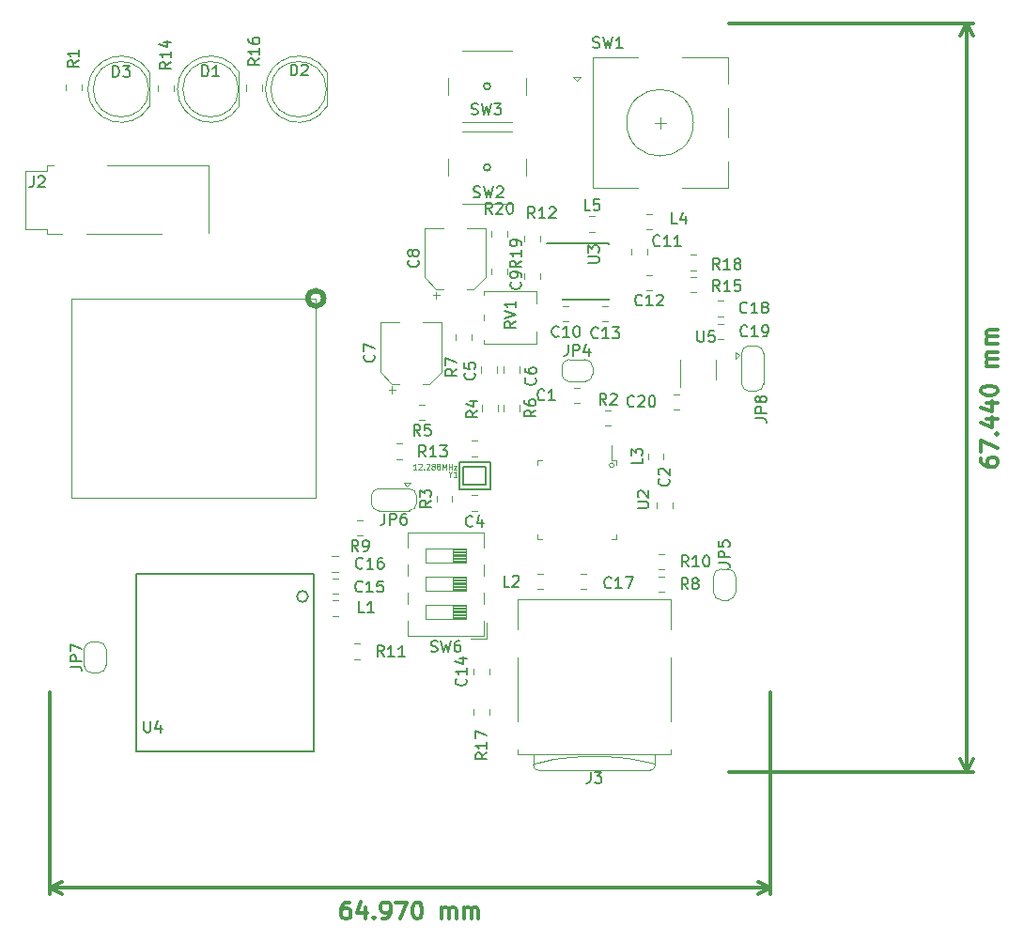
<source format=gbr>
G04 #@! TF.GenerationSoftware,KiCad,Pcbnew,(5.0.0)*
G04 #@! TF.CreationDate,2018-10-03T16:43:44-04:00*
G04 #@! TF.ProjectId,gb_walkie,67625F77616C6B69652E6B696361645F,0.1a*
G04 #@! TF.SameCoordinates,Original*
G04 #@! TF.FileFunction,Legend,Top*
G04 #@! TF.FilePolarity,Positive*
%FSLAX46Y46*%
G04 Gerber Fmt 4.6, Leading zero omitted, Abs format (unit mm)*
G04 Created by KiCad (PCBNEW (5.0.0)) date 10/03/18 16:43:44*
%MOMM*%
%LPD*%
G01*
G04 APERTURE LIST*
%ADD10C,0.100000*%
%ADD11C,0.300000*%
%ADD12C,0.500000*%
%ADD13C,0.149860*%
%ADD14C,0.150000*%
%ADD15C,0.120000*%
%ADD16C,0.099060*%
G04 APERTURE END LIST*
D10*
X150925913Y-72340000D02*
G75*
G03X150925913Y-72340000I-205913J0D01*
G01*
D11*
X184018571Y-71759893D02*
X184018571Y-72045607D01*
X184090000Y-72188464D01*
X184161428Y-72259893D01*
X184375714Y-72402750D01*
X184661428Y-72474178D01*
X185232857Y-72474178D01*
X185375714Y-72402750D01*
X185447142Y-72331321D01*
X185518571Y-72188464D01*
X185518571Y-71902750D01*
X185447142Y-71759893D01*
X185375714Y-71688464D01*
X185232857Y-71617035D01*
X184875714Y-71617035D01*
X184732857Y-71688464D01*
X184661428Y-71759893D01*
X184590000Y-71902750D01*
X184590000Y-72188464D01*
X184661428Y-72331321D01*
X184732857Y-72402750D01*
X184875714Y-72474178D01*
X184018571Y-71117035D02*
X184018571Y-70117035D01*
X185518571Y-70759893D01*
X185375714Y-69545607D02*
X185447142Y-69474178D01*
X185518571Y-69545607D01*
X185447142Y-69617035D01*
X185375714Y-69545607D01*
X185518571Y-69545607D01*
X184518571Y-68188464D02*
X185518571Y-68188464D01*
X183947142Y-68545607D02*
X185018571Y-68902750D01*
X185018571Y-67974178D01*
X184518571Y-66759893D02*
X185518571Y-66759893D01*
X183947142Y-67117035D02*
X185018571Y-67474178D01*
X185018571Y-66545607D01*
X184018571Y-65688464D02*
X184018571Y-65545607D01*
X184090000Y-65402750D01*
X184161428Y-65331321D01*
X184304285Y-65259893D01*
X184590000Y-65188464D01*
X184947142Y-65188464D01*
X185232857Y-65259893D01*
X185375714Y-65331321D01*
X185447142Y-65402750D01*
X185518571Y-65545607D01*
X185518571Y-65688464D01*
X185447142Y-65831321D01*
X185375714Y-65902750D01*
X185232857Y-65974178D01*
X184947142Y-66045607D01*
X184590000Y-66045607D01*
X184304285Y-65974178D01*
X184161428Y-65902750D01*
X184090000Y-65831321D01*
X184018571Y-65688464D01*
X185518571Y-63402750D02*
X184518571Y-63402750D01*
X184661428Y-63402750D02*
X184590000Y-63331321D01*
X184518571Y-63188464D01*
X184518571Y-62974178D01*
X184590000Y-62831321D01*
X184732857Y-62759893D01*
X185518571Y-62759893D01*
X184732857Y-62759893D02*
X184590000Y-62688464D01*
X184518571Y-62545607D01*
X184518571Y-62331321D01*
X184590000Y-62188464D01*
X184732857Y-62117035D01*
X185518571Y-62117035D01*
X185518571Y-61402750D02*
X184518571Y-61402750D01*
X184661428Y-61402750D02*
X184590000Y-61331321D01*
X184518571Y-61188464D01*
X184518571Y-60974178D01*
X184590000Y-60831321D01*
X184732857Y-60759893D01*
X185518571Y-60759893D01*
X184732857Y-60759893D02*
X184590000Y-60688464D01*
X184518571Y-60545607D01*
X184518571Y-60331321D01*
X184590000Y-60188464D01*
X184732857Y-60117035D01*
X185518571Y-60117035D01*
X182740000Y-99980000D02*
X182740000Y-32539786D01*
X161280000Y-99980000D02*
X183326421Y-99980000D01*
X161280000Y-32539786D02*
X183326421Y-32539786D01*
X182740000Y-32539786D02*
X183326421Y-33666290D01*
X182740000Y-32539786D02*
X182153579Y-33666290D01*
X182740000Y-99980000D02*
X183326421Y-98853496D01*
X182740000Y-99980000D02*
X182153579Y-98853496D01*
X127065000Y-111738571D02*
X126779285Y-111738571D01*
X126636428Y-111810000D01*
X126565000Y-111881428D01*
X126422142Y-112095714D01*
X126350714Y-112381428D01*
X126350714Y-112952857D01*
X126422142Y-113095714D01*
X126493571Y-113167142D01*
X126636428Y-113238571D01*
X126922142Y-113238571D01*
X127065000Y-113167142D01*
X127136428Y-113095714D01*
X127207857Y-112952857D01*
X127207857Y-112595714D01*
X127136428Y-112452857D01*
X127065000Y-112381428D01*
X126922142Y-112310000D01*
X126636428Y-112310000D01*
X126493571Y-112381428D01*
X126422142Y-112452857D01*
X126350714Y-112595714D01*
X128493571Y-112238571D02*
X128493571Y-113238571D01*
X128136428Y-111667142D02*
X127779285Y-112738571D01*
X128707857Y-112738571D01*
X129279285Y-113095714D02*
X129350714Y-113167142D01*
X129279285Y-113238571D01*
X129207857Y-113167142D01*
X129279285Y-113095714D01*
X129279285Y-113238571D01*
X130065000Y-113238571D02*
X130350714Y-113238571D01*
X130493571Y-113167142D01*
X130565000Y-113095714D01*
X130707857Y-112881428D01*
X130779285Y-112595714D01*
X130779285Y-112024285D01*
X130707857Y-111881428D01*
X130636428Y-111810000D01*
X130493571Y-111738571D01*
X130207857Y-111738571D01*
X130065000Y-111810000D01*
X129993571Y-111881428D01*
X129922142Y-112024285D01*
X129922142Y-112381428D01*
X129993571Y-112524285D01*
X130065000Y-112595714D01*
X130207857Y-112667142D01*
X130493571Y-112667142D01*
X130636428Y-112595714D01*
X130707857Y-112524285D01*
X130779285Y-112381428D01*
X131279285Y-111738571D02*
X132279285Y-111738571D01*
X131636428Y-113238571D01*
X133136428Y-111738571D02*
X133279285Y-111738571D01*
X133422142Y-111810000D01*
X133493571Y-111881428D01*
X133565000Y-112024285D01*
X133636428Y-112310000D01*
X133636428Y-112667142D01*
X133565000Y-112952857D01*
X133493571Y-113095714D01*
X133422142Y-113167142D01*
X133279285Y-113238571D01*
X133136428Y-113238571D01*
X132993571Y-113167142D01*
X132922142Y-113095714D01*
X132850714Y-112952857D01*
X132779285Y-112667142D01*
X132779285Y-112310000D01*
X132850714Y-112024285D01*
X132922142Y-111881428D01*
X132993571Y-111810000D01*
X133136428Y-111738571D01*
X135422142Y-113238571D02*
X135422142Y-112238571D01*
X135422142Y-112381428D02*
X135493571Y-112310000D01*
X135636428Y-112238571D01*
X135850714Y-112238571D01*
X135993571Y-112310000D01*
X136065000Y-112452857D01*
X136065000Y-113238571D01*
X136065000Y-112452857D02*
X136136428Y-112310000D01*
X136279285Y-112238571D01*
X136493571Y-112238571D01*
X136636428Y-112310000D01*
X136707857Y-112452857D01*
X136707857Y-113238571D01*
X137422142Y-113238571D02*
X137422142Y-112238571D01*
X137422142Y-112381428D02*
X137493571Y-112310000D01*
X137636428Y-112238571D01*
X137850714Y-112238571D01*
X137993571Y-112310000D01*
X138065000Y-112452857D01*
X138065000Y-113238571D01*
X138065000Y-112452857D02*
X138136428Y-112310000D01*
X138279285Y-112238571D01*
X138493571Y-112238571D01*
X138636428Y-112310000D01*
X138707857Y-112452857D01*
X138707857Y-113238571D01*
X100080000Y-110460000D02*
X165050000Y-110460000D01*
X100080000Y-92770000D02*
X100080000Y-111046421D01*
X165050000Y-92770000D02*
X165050000Y-111046421D01*
X165050000Y-110460000D02*
X163923496Y-111046421D01*
X165050000Y-110460000D02*
X163923496Y-109873579D01*
X100080000Y-110460000D02*
X101206504Y-111046421D01*
X100080000Y-110460000D02*
X101206504Y-109873579D01*
D12*
G04 #@! TO.C,U1*
X124765107Y-57304000D02*
G75*
G03X124765107Y-57304000I-707107J0D01*
G01*
D10*
X102058000Y-57304000D02*
X124058000Y-57304000D01*
X102058000Y-75304000D02*
X102058000Y-57304000D01*
X124058000Y-75304000D02*
X102058000Y-75304000D01*
X124058000Y-57304000D02*
X124058000Y-75304000D01*
D13*
G04 #@! TO.C,Y1*
X139769540Y-74488880D02*
X136970460Y-74488880D01*
X136970460Y-74488880D02*
X136970460Y-72091120D01*
X136970460Y-72091120D02*
X139769540Y-72091120D01*
X139769540Y-72091120D02*
X139769540Y-74488880D01*
X139370760Y-74090100D02*
X139370760Y-72489900D01*
X139370760Y-72489900D02*
X137369240Y-72489900D01*
X137369240Y-72489900D02*
X137369240Y-74090100D01*
X137369240Y-74090100D02*
X139370760Y-74090100D01*
D14*
G04 #@! TO.C,SW2*
X139792076Y-45490000D02*
G75*
G03X139792076Y-45490000I-302076J0D01*
G01*
D15*
X135990000Y-44740000D02*
X135990000Y-46240000D01*
X137240000Y-48740000D02*
X141740000Y-48740000D01*
X142990000Y-46240000D02*
X142990000Y-44740000D01*
X141740000Y-42240000D02*
X137240000Y-42240000D01*
D14*
G04 #@! TO.C,SW3*
X139792076Y-38190000D02*
G75*
G03X139792076Y-38190000I-302076J0D01*
G01*
D15*
X135990000Y-37440000D02*
X135990000Y-38940000D01*
X137240000Y-41440000D02*
X141740000Y-41440000D01*
X142990000Y-38940000D02*
X142990000Y-37440000D01*
X141740000Y-34940000D02*
X137240000Y-34940000D01*
G04 #@! TO.C,J2*
X101150000Y-51530000D02*
X99850000Y-51530000D01*
X110150000Y-51530000D02*
X103350000Y-51530000D01*
X114350000Y-45430000D02*
X114350000Y-51430000D01*
X105250000Y-45330000D02*
X114350000Y-45330000D01*
X99850000Y-45330000D02*
X100450000Y-45330000D01*
X99850000Y-51030000D02*
X97850000Y-51030000D01*
X97850000Y-51030000D02*
X97850000Y-45830000D01*
X97850000Y-45830000D02*
X99850000Y-45830000D01*
X99850000Y-45830000D02*
X99850000Y-45330000D01*
X99850000Y-51530000D02*
X99850000Y-51030000D01*
G04 #@! TO.C,C1*
X147343422Y-65340000D02*
X147860578Y-65340000D01*
X147343422Y-66760000D02*
X147860578Y-66760000D01*
G04 #@! TO.C,C2*
X154766000Y-75697422D02*
X154766000Y-76214578D01*
X156186000Y-75697422D02*
X156186000Y-76214578D01*
G04 #@! TO.C,C3*
X138603578Y-70140000D02*
X138086422Y-70140000D01*
X138603578Y-71560000D02*
X138086422Y-71560000D01*
G04 #@! TO.C,C4*
X138618578Y-76460000D02*
X138101422Y-76460000D01*
X138618578Y-75040000D02*
X138101422Y-75040000D01*
G04 #@! TO.C,C5*
X140380000Y-63466422D02*
X140380000Y-63983578D01*
X138960000Y-63466422D02*
X138960000Y-63983578D01*
G04 #@! TO.C,C6*
X142430000Y-63466422D02*
X142430000Y-63983578D01*
X141010000Y-63466422D02*
X141010000Y-63983578D01*
G04 #@! TO.C,C7*
X135376000Y-59480000D02*
X133676000Y-59480000D01*
X129856000Y-59480000D02*
X131556000Y-59480000D01*
X129856000Y-63935563D02*
X129856000Y-59480000D01*
X135376000Y-63935563D02*
X135376000Y-59480000D01*
X134311563Y-65000000D02*
X133676000Y-65000000D01*
X130920437Y-65000000D02*
X131556000Y-65000000D01*
X130920437Y-65000000D02*
X129856000Y-63935563D01*
X134311563Y-65000000D02*
X135376000Y-63935563D01*
X130931000Y-65865000D02*
X130931000Y-65240000D01*
X130618500Y-65552500D02*
X131243500Y-65552500D01*
G04 #@! TO.C,C8*
X134592500Y-57022500D02*
X135217500Y-57022500D01*
X134905000Y-57335000D02*
X134905000Y-56710000D01*
X138285563Y-56470000D02*
X139350000Y-55405563D01*
X134894437Y-56470000D02*
X133830000Y-55405563D01*
X134894437Y-56470000D02*
X135530000Y-56470000D01*
X138285563Y-56470000D02*
X137650000Y-56470000D01*
X139350000Y-55405563D02*
X139350000Y-50950000D01*
X133830000Y-55405563D02*
X133830000Y-50950000D01*
X133830000Y-50950000D02*
X135530000Y-50950000D01*
X139350000Y-50950000D02*
X137650000Y-50950000D01*
G04 #@! TO.C,C9*
X144248000Y-55568578D02*
X144248000Y-55051422D01*
X142828000Y-55568578D02*
X142828000Y-55051422D01*
G04 #@! TO.C,C10*
X146844578Y-57974000D02*
X146327422Y-57974000D01*
X146844578Y-59394000D02*
X146327422Y-59394000D01*
G04 #@! TO.C,C11*
X153900000Y-52837422D02*
X153900000Y-53354578D01*
X152480000Y-52837422D02*
X152480000Y-53354578D01*
G04 #@! TO.C,C12*
X154386078Y-56600000D02*
X153868922Y-56600000D01*
X154386078Y-55180000D02*
X153868922Y-55180000D01*
G04 #@! TO.C,C13*
X150400578Y-57974000D02*
X149883422Y-57974000D01*
X150400578Y-59394000D02*
X149883422Y-59394000D01*
G04 #@! TO.C,C14*
X139676000Y-90683422D02*
X139676000Y-91200578D01*
X138256000Y-90683422D02*
X138256000Y-91200578D01*
G04 #@! TO.C,C15*
X125531422Y-83950000D02*
X126048578Y-83950000D01*
X125531422Y-82530000D02*
X126048578Y-82530000D01*
G04 #@! TO.C,C16*
X125521422Y-81980000D02*
X126038578Y-81980000D01*
X125521422Y-80560000D02*
X126038578Y-80560000D01*
G04 #@! TO.C,C17*
X148403578Y-83535000D02*
X147886422Y-83535000D01*
X148403578Y-82115000D02*
X147886422Y-82115000D01*
G04 #@! TO.C,D1*
X111585000Y-38449538D02*
G75*
G03X117135000Y-39994830I2990000J-462D01*
G01*
X111585000Y-38450462D02*
G75*
G02X117135000Y-36905170I2990000J462D01*
G01*
X117075000Y-38450000D02*
G75*
G03X117075000Y-38450000I-2500000J0D01*
G01*
X117135000Y-39995000D02*
X117135000Y-36905000D01*
G04 #@! TO.C,D2*
X125060000Y-39995000D02*
X125060000Y-36905000D01*
X125000000Y-38450000D02*
G75*
G03X125000000Y-38450000I-2500000J0D01*
G01*
X119510000Y-38450462D02*
G75*
G02X125060000Y-36905170I2990000J462D01*
G01*
X119510000Y-38449538D02*
G75*
G03X125060000Y-39994830I2990000J-462D01*
G01*
G04 #@! TO.C,D3*
X103510000Y-38449538D02*
G75*
G03X109060000Y-39994830I2990000J-462D01*
G01*
X103510000Y-38450462D02*
G75*
G02X109060000Y-36905170I2990000J462D01*
G01*
X109000000Y-38450000D02*
G75*
G03X109000000Y-38450000I-2500000J0D01*
G01*
X109060000Y-39995000D02*
X109060000Y-36905000D01*
G04 #@! TO.C,J3*
X144145000Y-99160000D02*
X143645000Y-99260000D01*
X145445000Y-98860000D02*
X144145000Y-99160000D01*
X146945000Y-98660000D02*
X145445000Y-98860000D01*
X148245000Y-98560000D02*
X146945000Y-98660000D01*
X150045000Y-98560000D02*
X148245000Y-98560000D01*
X151345000Y-98660000D02*
X150045000Y-98560000D01*
X152145000Y-98760000D02*
X151345000Y-98660000D01*
X153845000Y-99060000D02*
X152145000Y-98760000D01*
X154645000Y-99260000D02*
X153845000Y-99060000D01*
X154145000Y-99860000D02*
X144145000Y-99860000D01*
X154645000Y-98360000D02*
X154645000Y-99360000D01*
X143645000Y-98360000D02*
X143645000Y-99360000D01*
X156055000Y-98360000D02*
X142235000Y-98360000D01*
X142235000Y-84440000D02*
X156055000Y-84440000D01*
X142235000Y-87140000D02*
X142235000Y-84440000D01*
X142235000Y-98360000D02*
X142235000Y-97960000D01*
X142235000Y-95440000D02*
X142235000Y-89660000D01*
X156055000Y-87140000D02*
X156055000Y-84440000D01*
X156055000Y-95440000D02*
X156055000Y-89660000D01*
X156055000Y-98360000D02*
X156055000Y-97960000D01*
X143645000Y-99360000D02*
G75*
G03X144145000Y-99860000I500000J0D01*
G01*
X154145000Y-99860000D02*
G75*
G03X154645000Y-99360000I0J500000D01*
G01*
G04 #@! TO.C,JP5*
X161890000Y-83790000D02*
G75*
G02X161190000Y-84490000I-700000J0D01*
G01*
X160590000Y-84490000D02*
G75*
G02X159890000Y-83790000I0J700000D01*
G01*
X159890000Y-82390000D02*
G75*
G02X160590000Y-81690000I700000J0D01*
G01*
X161190000Y-81690000D02*
G75*
G02X161890000Y-82390000I0J-700000D01*
G01*
X160590000Y-81690000D02*
X161190000Y-81690000D01*
X159890000Y-83790000D02*
X159890000Y-82390000D01*
X161190000Y-84490000D02*
X160590000Y-84490000D01*
X161890000Y-82390000D02*
X161890000Y-83790000D01*
G04 #@! TO.C,JP6*
X133142000Y-75748000D02*
G75*
G02X132442000Y-76448000I-700000J0D01*
G01*
X132442000Y-74448000D02*
G75*
G02X133142000Y-75148000I0J-700000D01*
G01*
X129042000Y-75148000D02*
G75*
G02X129742000Y-74448000I700000J0D01*
G01*
X129742000Y-76448000D02*
G75*
G02X129042000Y-75748000I0J700000D01*
G01*
X132492000Y-76448000D02*
X129692000Y-76448000D01*
X129042000Y-75748000D02*
X129042000Y-75148000D01*
X129692000Y-74448000D02*
X132492000Y-74448000D01*
X133142000Y-75148000D02*
X133142000Y-75748000D01*
X132292000Y-74248000D02*
X132592000Y-73948000D01*
X132592000Y-73948000D02*
X131992000Y-73948000D01*
X132292000Y-74248000D02*
X131992000Y-73948000D01*
G04 #@! TO.C,JP7*
X105168000Y-90372000D02*
G75*
G02X104468000Y-91072000I-700000J0D01*
G01*
X103868000Y-91072000D02*
G75*
G02X103168000Y-90372000I0J700000D01*
G01*
X103168000Y-88972000D02*
G75*
G02X103868000Y-88272000I700000J0D01*
G01*
X104468000Y-88272000D02*
G75*
G02X105168000Y-88972000I0J-700000D01*
G01*
X103868000Y-88272000D02*
X104468000Y-88272000D01*
X103168000Y-90372000D02*
X103168000Y-88972000D01*
X104468000Y-91072000D02*
X103868000Y-91072000D01*
X105168000Y-88972000D02*
X105168000Y-90372000D01*
G04 #@! TO.C,JP8*
X162220000Y-62420000D02*
X161920000Y-62720000D01*
X161920000Y-62120000D02*
X161920000Y-62720000D01*
X162220000Y-62420000D02*
X161920000Y-62120000D01*
X163120000Y-61570000D02*
X163720000Y-61570000D01*
X162420000Y-65020000D02*
X162420000Y-62220000D01*
X163720000Y-65670000D02*
X163120000Y-65670000D01*
X164420000Y-62220000D02*
X164420000Y-65020000D01*
X164420000Y-64970000D02*
G75*
G02X163720000Y-65670000I-700000J0D01*
G01*
X163120000Y-65670000D02*
G75*
G02X162420000Y-64970000I0J700000D01*
G01*
X162420000Y-62270000D02*
G75*
G02X163120000Y-61570000I700000J0D01*
G01*
X163720000Y-61570000D02*
G75*
G02X164420000Y-62270000I0J-700000D01*
G01*
G04 #@! TO.C,L1*
X125561422Y-85910000D02*
X126078578Y-85910000D01*
X125561422Y-84490000D02*
X126078578Y-84490000D01*
G04 #@! TO.C,L2*
X144558578Y-83524000D02*
X144041422Y-83524000D01*
X144558578Y-82104000D02*
X144041422Y-82104000D01*
G04 #@! TO.C,L3*
X153985000Y-71796078D02*
X153985000Y-71278922D01*
X155405000Y-71796078D02*
X155405000Y-71278922D01*
G04 #@! TO.C,R1*
X102930000Y-37991422D02*
X102930000Y-38508578D01*
X101510000Y-37991422D02*
X101510000Y-38508578D01*
G04 #@! TO.C,R2*
X150137422Y-68792000D02*
X150654578Y-68792000D01*
X150137422Y-67372000D02*
X150654578Y-67372000D01*
G04 #@! TO.C,R3*
X136355000Y-75608578D02*
X136355000Y-75091422D01*
X134935000Y-75608578D02*
X134935000Y-75091422D01*
G04 #@! TO.C,R4*
X140430000Y-66941422D02*
X140430000Y-67458578D01*
X139010000Y-66941422D02*
X139010000Y-67458578D01*
G04 #@! TO.C,R5*
X133890578Y-68284000D02*
X133373422Y-68284000D01*
X133890578Y-66864000D02*
X133373422Y-66864000D01*
G04 #@! TO.C,R6*
X140985000Y-66941422D02*
X140985000Y-67458578D01*
X142405000Y-66941422D02*
X142405000Y-67458578D01*
G04 #@! TO.C,R7*
X138080000Y-61058578D02*
X138080000Y-60541422D01*
X136660000Y-61058578D02*
X136660000Y-60541422D01*
G04 #@! TO.C,R8*
X155480578Y-83778000D02*
X154963422Y-83778000D01*
X155480578Y-82358000D02*
X154963422Y-82358000D01*
G04 #@! TO.C,R9*
X128302578Y-77278000D02*
X127785422Y-77278000D01*
X128302578Y-78698000D02*
X127785422Y-78698000D01*
G04 #@! TO.C,R10*
X155480578Y-81746000D02*
X154963422Y-81746000D01*
X155480578Y-80326000D02*
X154963422Y-80326000D01*
G04 #@! TO.C,R11*
X128038578Y-89850000D02*
X127521422Y-89850000D01*
X128038578Y-88430000D02*
X127521422Y-88430000D01*
G04 #@! TO.C,R12*
X142828000Y-52163078D02*
X142828000Y-51645922D01*
X144248000Y-52163078D02*
X144248000Y-51645922D01*
G04 #@! TO.C,R14*
X109810000Y-38141422D02*
X109810000Y-38658578D01*
X111230000Y-38141422D02*
X111230000Y-38658578D01*
G04 #@! TO.C,R16*
X117760000Y-38066422D02*
X117760000Y-38583578D01*
X119180000Y-38066422D02*
X119180000Y-38583578D01*
G04 #@! TO.C,R17*
X139720000Y-94828578D02*
X139720000Y-94311422D01*
X138300000Y-94828578D02*
X138300000Y-94311422D01*
G04 #@! TO.C,SW1*
X154580000Y-41470000D02*
X155580000Y-41470000D01*
X155080000Y-40970000D02*
X155080000Y-41970000D01*
X161180000Y-44970000D02*
X161180000Y-47370000D01*
X161180000Y-40170000D02*
X161180000Y-42770000D01*
X161180000Y-35570000D02*
X161180000Y-37970000D01*
X147880000Y-37370000D02*
X147580000Y-37670000D01*
X147280000Y-37370000D02*
X147880000Y-37370000D01*
X147580000Y-37670000D02*
X147280000Y-37370000D01*
X148980000Y-35570000D02*
X148980000Y-47370000D01*
X153080000Y-35570000D02*
X148980000Y-35570000D01*
X153080000Y-47370000D02*
X148980000Y-47370000D01*
X161180000Y-47370000D02*
X157080000Y-47370000D01*
X157080000Y-35570000D02*
X161180000Y-35570000D01*
X158080000Y-41470000D02*
G75*
G03X158080000Y-41470000I-3000000J0D01*
G01*
G04 #@! TO.C,U2*
X151162000Y-79008000D02*
X150742000Y-79008000D01*
X144042000Y-79008000D02*
X144462000Y-79008000D01*
X144042000Y-71888000D02*
X144462000Y-71888000D01*
X151162000Y-71888000D02*
X151162000Y-72308000D01*
X144042000Y-79008000D02*
X144042000Y-78588000D01*
X151162000Y-79008000D02*
X151162000Y-78588000D01*
X150742000Y-71888000D02*
X150742000Y-70508000D01*
X151162000Y-71888000D02*
X150742000Y-71888000D01*
X144042000Y-71888000D02*
X144042000Y-72308000D01*
D14*
G04 #@! TO.C,U3*
X146289000Y-52299000D02*
X146289000Y-52349000D01*
X150439000Y-52299000D02*
X150439000Y-52444000D01*
X150439000Y-57449000D02*
X150439000Y-57304000D01*
X146289000Y-57449000D02*
X146289000Y-57304000D01*
X146289000Y-52299000D02*
X150439000Y-52299000D01*
X146289000Y-57449000D02*
X150439000Y-57449000D01*
X146289000Y-52349000D02*
X144889000Y-52349000D01*
D15*
G04 #@! TO.C,U5*
X160134000Y-64650000D02*
X160134000Y-62850000D01*
X156914000Y-62850000D02*
X156914000Y-65300000D01*
G04 #@! TO.C,SW6*
X139180000Y-87718000D02*
X132360000Y-87718000D01*
X139180000Y-78418000D02*
X132360000Y-78418000D01*
X139180000Y-87718000D02*
X139180000Y-86408000D01*
X139180000Y-84808000D02*
X139180000Y-83868000D01*
X139180000Y-82268000D02*
X139180000Y-81328000D01*
X139180000Y-79728000D02*
X139180000Y-78418000D01*
X132360000Y-79728000D02*
X132360000Y-78418000D01*
X132360000Y-82268000D02*
X132360000Y-81328000D01*
X132360000Y-87718000D02*
X132360000Y-86408000D01*
X132360000Y-84808000D02*
X132360000Y-83868000D01*
X139420000Y-87958000D02*
X138037000Y-87958000D01*
X139420000Y-87958000D02*
X139420000Y-86575000D01*
X137580000Y-86243000D02*
X137580000Y-84973000D01*
X137580000Y-84973000D02*
X133960000Y-84973000D01*
X133960000Y-84973000D02*
X133960000Y-86243000D01*
X133960000Y-86243000D02*
X137580000Y-86243000D01*
X137580000Y-86123000D02*
X136373333Y-86123000D01*
X137580000Y-86003000D02*
X136373333Y-86003000D01*
X137580000Y-85883000D02*
X136373333Y-85883000D01*
X137580000Y-85763000D02*
X136373333Y-85763000D01*
X137580000Y-85643000D02*
X136373333Y-85643000D01*
X137580000Y-85523000D02*
X136373333Y-85523000D01*
X137580000Y-85403000D02*
X136373333Y-85403000D01*
X137580000Y-85283000D02*
X136373333Y-85283000D01*
X137580000Y-85163000D02*
X136373333Y-85163000D01*
X137580000Y-85043000D02*
X136373333Y-85043000D01*
X136373333Y-86243000D02*
X136373333Y-84973000D01*
X137580000Y-83703000D02*
X137580000Y-82433000D01*
X137580000Y-82433000D02*
X133960000Y-82433000D01*
X133960000Y-82433000D02*
X133960000Y-83703000D01*
X133960000Y-83703000D02*
X137580000Y-83703000D01*
X137580000Y-83583000D02*
X136373333Y-83583000D01*
X137580000Y-83463000D02*
X136373333Y-83463000D01*
X137580000Y-83343000D02*
X136373333Y-83343000D01*
X137580000Y-83223000D02*
X136373333Y-83223000D01*
X137580000Y-83103000D02*
X136373333Y-83103000D01*
X137580000Y-82983000D02*
X136373333Y-82983000D01*
X137580000Y-82863000D02*
X136373333Y-82863000D01*
X137580000Y-82743000D02*
X136373333Y-82743000D01*
X137580000Y-82623000D02*
X136373333Y-82623000D01*
X137580000Y-82503000D02*
X136373333Y-82503000D01*
X136373333Y-83703000D02*
X136373333Y-82433000D01*
X137580000Y-81163000D02*
X137580000Y-79893000D01*
X137580000Y-79893000D02*
X133960000Y-79893000D01*
X133960000Y-79893000D02*
X133960000Y-81163000D01*
X133960000Y-81163000D02*
X137580000Y-81163000D01*
X137580000Y-81043000D02*
X136373333Y-81043000D01*
X137580000Y-80923000D02*
X136373333Y-80923000D01*
X137580000Y-80803000D02*
X136373333Y-80803000D01*
X137580000Y-80683000D02*
X136373333Y-80683000D01*
X137580000Y-80563000D02*
X136373333Y-80563000D01*
X137580000Y-80443000D02*
X136373333Y-80443000D01*
X137580000Y-80323000D02*
X136373333Y-80323000D01*
X137580000Y-80203000D02*
X136373333Y-80203000D01*
X137580000Y-80083000D02*
X136373333Y-80083000D01*
X137580000Y-79963000D02*
X136373333Y-79963000D01*
X136373333Y-81163000D02*
X136373333Y-79893000D01*
G04 #@! TO.C,C18*
X160758578Y-58900000D02*
X160241422Y-58900000D01*
X160758578Y-57480000D02*
X160241422Y-57480000D01*
G04 #@! TO.C,C19*
X160778578Y-59580000D02*
X160261422Y-59580000D01*
X160778578Y-61000000D02*
X160261422Y-61000000D01*
G04 #@! TO.C,C20*
X156281422Y-65930000D02*
X156798578Y-65930000D01*
X156281422Y-67350000D02*
X156798578Y-67350000D01*
D14*
G04 #@! TO.C,U4*
X123352000Y-84180000D02*
G75*
G03X123352000Y-84180000I-500000J0D01*
G01*
X107852000Y-82180000D02*
X123852000Y-82180000D01*
X107852000Y-98180000D02*
X107852000Y-82180000D01*
X123852000Y-98180000D02*
X107852000Y-98180000D01*
X123852000Y-82180000D02*
X123852000Y-98180000D01*
D15*
G04 #@! TO.C,R13*
X131818578Y-71830000D02*
X131301422Y-71830000D01*
X131818578Y-70410000D02*
X131301422Y-70410000D01*
G04 #@! TO.C,RV1*
X139180000Y-56990000D02*
X139180000Y-56660000D01*
X139180000Y-61400000D02*
X139180000Y-61069000D01*
X139180000Y-59289000D02*
X139180000Y-58770000D01*
X143920000Y-61400000D02*
X143920000Y-60270000D01*
X143920000Y-57790000D02*
X143920000Y-56660000D01*
X139180000Y-61400000D02*
X143920000Y-61400000D01*
X139180000Y-56660000D02*
X143920000Y-56660000D01*
G04 #@! TO.C,L4*
X153811422Y-49680000D02*
X154328578Y-49680000D01*
X153811422Y-51100000D02*
X154328578Y-51100000D01*
G04 #@! TO.C,L5*
X148701422Y-51280000D02*
X149218578Y-51280000D01*
X148701422Y-49860000D02*
X149218578Y-49860000D01*
G04 #@! TO.C,R15*
X158328578Y-55350000D02*
X157811422Y-55350000D01*
X158328578Y-56770000D02*
X157811422Y-56770000D01*
G04 #@! TO.C,R18*
X158328578Y-54790000D02*
X157811422Y-54790000D01*
X158328578Y-53370000D02*
X157811422Y-53370000D01*
G04 #@! TO.C,R19*
X139890000Y-55148578D02*
X139890000Y-54631422D01*
X141310000Y-55148578D02*
X141310000Y-54631422D01*
G04 #@! TO.C,R20*
X139880000Y-51231422D02*
X139880000Y-51748578D01*
X141300000Y-51231422D02*
X141300000Y-51748578D01*
G04 #@! TO.C,JP4*
X148310000Y-62810000D02*
G75*
G02X149010000Y-63510000I0J-700000D01*
G01*
X149010000Y-64110000D02*
G75*
G02X148310000Y-64810000I-700000J0D01*
G01*
X146910000Y-64810000D02*
G75*
G02X146210000Y-64110000I0J700000D01*
G01*
X146210000Y-63510000D02*
G75*
G02X146910000Y-62810000I700000J0D01*
G01*
X146210000Y-64110000D02*
X146210000Y-63510000D01*
X148310000Y-64810000D02*
X146910000Y-64810000D01*
X149010000Y-63510000D02*
X149010000Y-64110000D01*
X146910000Y-62810000D02*
X148310000Y-62810000D01*
G04 #@! TO.C,Y1*
D16*
X136188933Y-73150146D02*
X136188933Y-73387213D01*
X136022986Y-72889373D02*
X136188933Y-73150146D01*
X136354880Y-72889373D01*
X136781600Y-73387213D02*
X136497120Y-73387213D01*
X136639360Y-73387213D02*
X136639360Y-72889373D01*
X136591946Y-72960493D01*
X136544533Y-73007906D01*
X136497120Y-73031613D01*
X133118680Y-72725213D02*
X132834200Y-72725213D01*
X132976440Y-72725213D02*
X132976440Y-72227373D01*
X132929026Y-72298493D01*
X132881613Y-72345906D01*
X132834200Y-72369613D01*
X133308333Y-72274786D02*
X133332040Y-72251080D01*
X133379453Y-72227373D01*
X133497986Y-72227373D01*
X133545400Y-72251080D01*
X133569106Y-72274786D01*
X133592813Y-72322200D01*
X133592813Y-72369613D01*
X133569106Y-72440733D01*
X133284626Y-72725213D01*
X133592813Y-72725213D01*
X133806173Y-72677800D02*
X133829880Y-72701506D01*
X133806173Y-72725213D01*
X133782466Y-72701506D01*
X133806173Y-72677800D01*
X133806173Y-72725213D01*
X134019533Y-72274786D02*
X134043240Y-72251080D01*
X134090653Y-72227373D01*
X134209186Y-72227373D01*
X134256600Y-72251080D01*
X134280306Y-72274786D01*
X134304013Y-72322200D01*
X134304013Y-72369613D01*
X134280306Y-72440733D01*
X133995826Y-72725213D01*
X134304013Y-72725213D01*
X134588493Y-72440733D02*
X134541080Y-72417026D01*
X134517373Y-72393320D01*
X134493666Y-72345906D01*
X134493666Y-72322200D01*
X134517373Y-72274786D01*
X134541080Y-72251080D01*
X134588493Y-72227373D01*
X134683320Y-72227373D01*
X134730733Y-72251080D01*
X134754440Y-72274786D01*
X134778146Y-72322200D01*
X134778146Y-72345906D01*
X134754440Y-72393320D01*
X134730733Y-72417026D01*
X134683320Y-72440733D01*
X134588493Y-72440733D01*
X134541080Y-72464440D01*
X134517373Y-72488146D01*
X134493666Y-72535560D01*
X134493666Y-72630386D01*
X134517373Y-72677800D01*
X134541080Y-72701506D01*
X134588493Y-72725213D01*
X134683320Y-72725213D01*
X134730733Y-72701506D01*
X134754440Y-72677800D01*
X134778146Y-72630386D01*
X134778146Y-72535560D01*
X134754440Y-72488146D01*
X134730733Y-72464440D01*
X134683320Y-72440733D01*
X135062626Y-72440733D02*
X135015213Y-72417026D01*
X134991506Y-72393320D01*
X134967800Y-72345906D01*
X134967800Y-72322200D01*
X134991506Y-72274786D01*
X135015213Y-72251080D01*
X135062626Y-72227373D01*
X135157453Y-72227373D01*
X135204866Y-72251080D01*
X135228573Y-72274786D01*
X135252280Y-72322200D01*
X135252280Y-72345906D01*
X135228573Y-72393320D01*
X135204866Y-72417026D01*
X135157453Y-72440733D01*
X135062626Y-72440733D01*
X135015213Y-72464440D01*
X134991506Y-72488146D01*
X134967800Y-72535560D01*
X134967800Y-72630386D01*
X134991506Y-72677800D01*
X135015213Y-72701506D01*
X135062626Y-72725213D01*
X135157453Y-72725213D01*
X135204866Y-72701506D01*
X135228573Y-72677800D01*
X135252280Y-72630386D01*
X135252280Y-72535560D01*
X135228573Y-72488146D01*
X135204866Y-72464440D01*
X135157453Y-72440733D01*
X135465640Y-72725213D02*
X135465640Y-72227373D01*
X135631586Y-72582973D01*
X135797533Y-72227373D01*
X135797533Y-72725213D01*
X136034600Y-72725213D02*
X136034600Y-72227373D01*
X136034600Y-72464440D02*
X136319080Y-72464440D01*
X136319080Y-72725213D02*
X136319080Y-72227373D01*
X136508733Y-72393320D02*
X136769506Y-72393320D01*
X136508733Y-72725213D01*
X136769506Y-72725213D01*
G04 #@! TO.C,SW2*
D14*
X138276666Y-48164761D02*
X138419523Y-48212380D01*
X138657619Y-48212380D01*
X138752857Y-48164761D01*
X138800476Y-48117142D01*
X138848095Y-48021904D01*
X138848095Y-47926666D01*
X138800476Y-47831428D01*
X138752857Y-47783809D01*
X138657619Y-47736190D01*
X138467142Y-47688571D01*
X138371904Y-47640952D01*
X138324285Y-47593333D01*
X138276666Y-47498095D01*
X138276666Y-47402857D01*
X138324285Y-47307619D01*
X138371904Y-47260000D01*
X138467142Y-47212380D01*
X138705238Y-47212380D01*
X138848095Y-47260000D01*
X139181428Y-47212380D02*
X139419523Y-48212380D01*
X139610000Y-47498095D01*
X139800476Y-48212380D01*
X140038571Y-47212380D01*
X140371904Y-47307619D02*
X140419523Y-47260000D01*
X140514761Y-47212380D01*
X140752857Y-47212380D01*
X140848095Y-47260000D01*
X140895714Y-47307619D01*
X140943333Y-47402857D01*
X140943333Y-47498095D01*
X140895714Y-47640952D01*
X140324285Y-48212380D01*
X140943333Y-48212380D01*
G04 #@! TO.C,SW3*
X138086666Y-40684761D02*
X138229523Y-40732380D01*
X138467619Y-40732380D01*
X138562857Y-40684761D01*
X138610476Y-40637142D01*
X138658095Y-40541904D01*
X138658095Y-40446666D01*
X138610476Y-40351428D01*
X138562857Y-40303809D01*
X138467619Y-40256190D01*
X138277142Y-40208571D01*
X138181904Y-40160952D01*
X138134285Y-40113333D01*
X138086666Y-40018095D01*
X138086666Y-39922857D01*
X138134285Y-39827619D01*
X138181904Y-39780000D01*
X138277142Y-39732380D01*
X138515238Y-39732380D01*
X138658095Y-39780000D01*
X138991428Y-39732380D02*
X139229523Y-40732380D01*
X139420000Y-40018095D01*
X139610476Y-40732380D01*
X139848571Y-39732380D01*
X140134285Y-39732380D02*
X140753333Y-39732380D01*
X140420000Y-40113333D01*
X140562857Y-40113333D01*
X140658095Y-40160952D01*
X140705714Y-40208571D01*
X140753333Y-40303809D01*
X140753333Y-40541904D01*
X140705714Y-40637142D01*
X140658095Y-40684761D01*
X140562857Y-40732380D01*
X140277142Y-40732380D01*
X140181904Y-40684761D01*
X140134285Y-40637142D01*
G04 #@! TO.C,J2*
X98616666Y-46282380D02*
X98616666Y-46996666D01*
X98569047Y-47139523D01*
X98473809Y-47234761D01*
X98330952Y-47282380D01*
X98235714Y-47282380D01*
X99045238Y-46377619D02*
X99092857Y-46330000D01*
X99188095Y-46282380D01*
X99426190Y-46282380D01*
X99521428Y-46330000D01*
X99569047Y-46377619D01*
X99616666Y-46472857D01*
X99616666Y-46568095D01*
X99569047Y-46710952D01*
X98997619Y-47282380D01*
X99616666Y-47282380D01*
G04 #@! TO.C,C1*
X144641333Y-66407142D02*
X144593714Y-66454761D01*
X144450857Y-66502380D01*
X144355619Y-66502380D01*
X144212761Y-66454761D01*
X144117523Y-66359523D01*
X144069904Y-66264285D01*
X144022285Y-66073809D01*
X144022285Y-65930952D01*
X144069904Y-65740476D01*
X144117523Y-65645238D01*
X144212761Y-65550000D01*
X144355619Y-65502380D01*
X144450857Y-65502380D01*
X144593714Y-65550000D01*
X144641333Y-65597619D01*
X145593714Y-66502380D02*
X145022285Y-66502380D01*
X145308000Y-66502380D02*
X145308000Y-65502380D01*
X145212761Y-65645238D01*
X145117523Y-65740476D01*
X145022285Y-65788095D01*
G04 #@! TO.C,C2*
X155833142Y-73582666D02*
X155880761Y-73630285D01*
X155928380Y-73773142D01*
X155928380Y-73868380D01*
X155880761Y-74011238D01*
X155785523Y-74106476D01*
X155690285Y-74154095D01*
X155499809Y-74201714D01*
X155356952Y-74201714D01*
X155166476Y-74154095D01*
X155071238Y-74106476D01*
X154976000Y-74011238D01*
X154928380Y-73868380D01*
X154928380Y-73773142D01*
X154976000Y-73630285D01*
X155023619Y-73582666D01*
X155023619Y-73201714D02*
X154976000Y-73154095D01*
X154928380Y-73058857D01*
X154928380Y-72820761D01*
X154976000Y-72725523D01*
X155023619Y-72677904D01*
X155118857Y-72630285D01*
X155214095Y-72630285D01*
X155356952Y-72677904D01*
X155928380Y-73249333D01*
X155928380Y-72630285D01*
G04 #@! TO.C,C4*
X138180333Y-77797142D02*
X138132714Y-77844761D01*
X137989857Y-77892380D01*
X137894619Y-77892380D01*
X137751761Y-77844761D01*
X137656523Y-77749523D01*
X137608904Y-77654285D01*
X137561285Y-77463809D01*
X137561285Y-77320952D01*
X137608904Y-77130476D01*
X137656523Y-77035238D01*
X137751761Y-76940000D01*
X137894619Y-76892380D01*
X137989857Y-76892380D01*
X138132714Y-76940000D01*
X138180333Y-76987619D01*
X139037476Y-77225714D02*
X139037476Y-77892380D01*
X138799380Y-76844761D02*
X138561285Y-77559047D01*
X139180333Y-77559047D01*
G04 #@! TO.C,C5*
X138337142Y-64026666D02*
X138384761Y-64074285D01*
X138432380Y-64217142D01*
X138432380Y-64312380D01*
X138384761Y-64455238D01*
X138289523Y-64550476D01*
X138194285Y-64598095D01*
X138003809Y-64645714D01*
X137860952Y-64645714D01*
X137670476Y-64598095D01*
X137575238Y-64550476D01*
X137480000Y-64455238D01*
X137432380Y-64312380D01*
X137432380Y-64217142D01*
X137480000Y-64074285D01*
X137527619Y-64026666D01*
X137432380Y-63121904D02*
X137432380Y-63598095D01*
X137908571Y-63645714D01*
X137860952Y-63598095D01*
X137813333Y-63502857D01*
X137813333Y-63264761D01*
X137860952Y-63169523D01*
X137908571Y-63121904D01*
X138003809Y-63074285D01*
X138241904Y-63074285D01*
X138337142Y-63121904D01*
X138384761Y-63169523D01*
X138432380Y-63264761D01*
X138432380Y-63502857D01*
X138384761Y-63598095D01*
X138337142Y-63645714D01*
G04 #@! TO.C,C6*
X143817142Y-64486666D02*
X143864761Y-64534285D01*
X143912380Y-64677142D01*
X143912380Y-64772380D01*
X143864761Y-64915238D01*
X143769523Y-65010476D01*
X143674285Y-65058095D01*
X143483809Y-65105714D01*
X143340952Y-65105714D01*
X143150476Y-65058095D01*
X143055238Y-65010476D01*
X142960000Y-64915238D01*
X142912380Y-64772380D01*
X142912380Y-64677142D01*
X142960000Y-64534285D01*
X143007619Y-64486666D01*
X142912380Y-63629523D02*
X142912380Y-63820000D01*
X142960000Y-63915238D01*
X143007619Y-63962857D01*
X143150476Y-64058095D01*
X143340952Y-64105714D01*
X143721904Y-64105714D01*
X143817142Y-64058095D01*
X143864761Y-64010476D01*
X143912380Y-63915238D01*
X143912380Y-63724761D01*
X143864761Y-63629523D01*
X143817142Y-63581904D01*
X143721904Y-63534285D01*
X143483809Y-63534285D01*
X143388571Y-63581904D01*
X143340952Y-63629523D01*
X143293333Y-63724761D01*
X143293333Y-63915238D01*
X143340952Y-64010476D01*
X143388571Y-64058095D01*
X143483809Y-64105714D01*
G04 #@! TO.C,C7*
X129273142Y-62406666D02*
X129320761Y-62454285D01*
X129368380Y-62597142D01*
X129368380Y-62692380D01*
X129320761Y-62835238D01*
X129225523Y-62930476D01*
X129130285Y-62978095D01*
X128939809Y-63025714D01*
X128796952Y-63025714D01*
X128606476Y-62978095D01*
X128511238Y-62930476D01*
X128416000Y-62835238D01*
X128368380Y-62692380D01*
X128368380Y-62597142D01*
X128416000Y-62454285D01*
X128463619Y-62406666D01*
X128368380Y-62073333D02*
X128368380Y-61406666D01*
X129368380Y-61835238D01*
G04 #@! TO.C,C8*
X133247142Y-53876666D02*
X133294761Y-53924285D01*
X133342380Y-54067142D01*
X133342380Y-54162380D01*
X133294761Y-54305238D01*
X133199523Y-54400476D01*
X133104285Y-54448095D01*
X132913809Y-54495714D01*
X132770952Y-54495714D01*
X132580476Y-54448095D01*
X132485238Y-54400476D01*
X132390000Y-54305238D01*
X132342380Y-54162380D01*
X132342380Y-54067142D01*
X132390000Y-53924285D01*
X132437619Y-53876666D01*
X132770952Y-53305238D02*
X132723333Y-53400476D01*
X132675714Y-53448095D01*
X132580476Y-53495714D01*
X132532857Y-53495714D01*
X132437619Y-53448095D01*
X132390000Y-53400476D01*
X132342380Y-53305238D01*
X132342380Y-53114761D01*
X132390000Y-53019523D01*
X132437619Y-52971904D01*
X132532857Y-52924285D01*
X132580476Y-52924285D01*
X132675714Y-52971904D01*
X132723333Y-53019523D01*
X132770952Y-53114761D01*
X132770952Y-53305238D01*
X132818571Y-53400476D01*
X132866190Y-53448095D01*
X132961428Y-53495714D01*
X133151904Y-53495714D01*
X133247142Y-53448095D01*
X133294761Y-53400476D01*
X133342380Y-53305238D01*
X133342380Y-53114761D01*
X133294761Y-53019523D01*
X133247142Y-52971904D01*
X133151904Y-52924285D01*
X132961428Y-52924285D01*
X132866190Y-52971904D01*
X132818571Y-53019523D01*
X132770952Y-53114761D01*
G04 #@! TO.C,C9*
X142487142Y-55836666D02*
X142534761Y-55884285D01*
X142582380Y-56027142D01*
X142582380Y-56122380D01*
X142534761Y-56265238D01*
X142439523Y-56360476D01*
X142344285Y-56408095D01*
X142153809Y-56455714D01*
X142010952Y-56455714D01*
X141820476Y-56408095D01*
X141725238Y-56360476D01*
X141630000Y-56265238D01*
X141582380Y-56122380D01*
X141582380Y-56027142D01*
X141630000Y-55884285D01*
X141677619Y-55836666D01*
X142582380Y-55360476D02*
X142582380Y-55170000D01*
X142534761Y-55074761D01*
X142487142Y-55027142D01*
X142344285Y-54931904D01*
X142153809Y-54884285D01*
X141772857Y-54884285D01*
X141677619Y-54931904D01*
X141630000Y-54979523D01*
X141582380Y-55074761D01*
X141582380Y-55265238D01*
X141630000Y-55360476D01*
X141677619Y-55408095D01*
X141772857Y-55455714D01*
X142010952Y-55455714D01*
X142106190Y-55408095D01*
X142153809Y-55360476D01*
X142201428Y-55265238D01*
X142201428Y-55074761D01*
X142153809Y-54979523D01*
X142106190Y-54931904D01*
X142010952Y-54884285D01*
G04 #@! TO.C,C10*
X145943142Y-60691142D02*
X145895523Y-60738761D01*
X145752666Y-60786380D01*
X145657428Y-60786380D01*
X145514571Y-60738761D01*
X145419333Y-60643523D01*
X145371714Y-60548285D01*
X145324095Y-60357809D01*
X145324095Y-60214952D01*
X145371714Y-60024476D01*
X145419333Y-59929238D01*
X145514571Y-59834000D01*
X145657428Y-59786380D01*
X145752666Y-59786380D01*
X145895523Y-59834000D01*
X145943142Y-59881619D01*
X146895523Y-60786380D02*
X146324095Y-60786380D01*
X146609809Y-60786380D02*
X146609809Y-59786380D01*
X146514571Y-59929238D01*
X146419333Y-60024476D01*
X146324095Y-60072095D01*
X147514571Y-59786380D02*
X147609809Y-59786380D01*
X147705047Y-59834000D01*
X147752666Y-59881619D01*
X147800285Y-59976857D01*
X147847904Y-60167333D01*
X147847904Y-60405428D01*
X147800285Y-60595904D01*
X147752666Y-60691142D01*
X147705047Y-60738761D01*
X147609809Y-60786380D01*
X147514571Y-60786380D01*
X147419333Y-60738761D01*
X147371714Y-60691142D01*
X147324095Y-60595904D01*
X147276476Y-60405428D01*
X147276476Y-60167333D01*
X147324095Y-59976857D01*
X147371714Y-59881619D01*
X147419333Y-59834000D01*
X147514571Y-59786380D01*
G04 #@! TO.C,C11*
X155057142Y-52507142D02*
X155009523Y-52554761D01*
X154866666Y-52602380D01*
X154771428Y-52602380D01*
X154628571Y-52554761D01*
X154533333Y-52459523D01*
X154485714Y-52364285D01*
X154438095Y-52173809D01*
X154438095Y-52030952D01*
X154485714Y-51840476D01*
X154533333Y-51745238D01*
X154628571Y-51650000D01*
X154771428Y-51602380D01*
X154866666Y-51602380D01*
X155009523Y-51650000D01*
X155057142Y-51697619D01*
X156009523Y-52602380D02*
X155438095Y-52602380D01*
X155723809Y-52602380D02*
X155723809Y-51602380D01*
X155628571Y-51745238D01*
X155533333Y-51840476D01*
X155438095Y-51888095D01*
X156961904Y-52602380D02*
X156390476Y-52602380D01*
X156676190Y-52602380D02*
X156676190Y-51602380D01*
X156580952Y-51745238D01*
X156485714Y-51840476D01*
X156390476Y-51888095D01*
G04 #@! TO.C,C12*
X153457142Y-57867142D02*
X153409523Y-57914761D01*
X153266666Y-57962380D01*
X153171428Y-57962380D01*
X153028571Y-57914761D01*
X152933333Y-57819523D01*
X152885714Y-57724285D01*
X152838095Y-57533809D01*
X152838095Y-57390952D01*
X152885714Y-57200476D01*
X152933333Y-57105238D01*
X153028571Y-57010000D01*
X153171428Y-56962380D01*
X153266666Y-56962380D01*
X153409523Y-57010000D01*
X153457142Y-57057619D01*
X154409523Y-57962380D02*
X153838095Y-57962380D01*
X154123809Y-57962380D02*
X154123809Y-56962380D01*
X154028571Y-57105238D01*
X153933333Y-57200476D01*
X153838095Y-57248095D01*
X154790476Y-57057619D02*
X154838095Y-57010000D01*
X154933333Y-56962380D01*
X155171428Y-56962380D01*
X155266666Y-57010000D01*
X155314285Y-57057619D01*
X155361904Y-57152857D01*
X155361904Y-57248095D01*
X155314285Y-57390952D01*
X154742857Y-57962380D01*
X155361904Y-57962380D01*
G04 #@! TO.C,C13*
X149499142Y-60819142D02*
X149451523Y-60866761D01*
X149308666Y-60914380D01*
X149213428Y-60914380D01*
X149070571Y-60866761D01*
X148975333Y-60771523D01*
X148927714Y-60676285D01*
X148880095Y-60485809D01*
X148880095Y-60342952D01*
X148927714Y-60152476D01*
X148975333Y-60057238D01*
X149070571Y-59962000D01*
X149213428Y-59914380D01*
X149308666Y-59914380D01*
X149451523Y-59962000D01*
X149499142Y-60009619D01*
X150451523Y-60914380D02*
X149880095Y-60914380D01*
X150165809Y-60914380D02*
X150165809Y-59914380D01*
X150070571Y-60057238D01*
X149975333Y-60152476D01*
X149880095Y-60200095D01*
X150784857Y-59914380D02*
X151403904Y-59914380D01*
X151070571Y-60295333D01*
X151213428Y-60295333D01*
X151308666Y-60342952D01*
X151356285Y-60390571D01*
X151403904Y-60485809D01*
X151403904Y-60723904D01*
X151356285Y-60819142D01*
X151308666Y-60866761D01*
X151213428Y-60914380D01*
X150927714Y-60914380D01*
X150832476Y-60866761D01*
X150784857Y-60819142D01*
G04 #@! TO.C,C14*
X137545142Y-91584857D02*
X137592761Y-91632476D01*
X137640380Y-91775333D01*
X137640380Y-91870571D01*
X137592761Y-92013428D01*
X137497523Y-92108666D01*
X137402285Y-92156285D01*
X137211809Y-92203904D01*
X137068952Y-92203904D01*
X136878476Y-92156285D01*
X136783238Y-92108666D01*
X136688000Y-92013428D01*
X136640380Y-91870571D01*
X136640380Y-91775333D01*
X136688000Y-91632476D01*
X136735619Y-91584857D01*
X137640380Y-90632476D02*
X137640380Y-91203904D01*
X137640380Y-90918190D02*
X136640380Y-90918190D01*
X136783238Y-91013428D01*
X136878476Y-91108666D01*
X136926095Y-91203904D01*
X136973714Y-89775333D02*
X137640380Y-89775333D01*
X136592761Y-90013428D02*
X137307047Y-90251523D01*
X137307047Y-89632476D01*
G04 #@! TO.C,C15*
X128237142Y-83687142D02*
X128189523Y-83734761D01*
X128046666Y-83782380D01*
X127951428Y-83782380D01*
X127808571Y-83734761D01*
X127713333Y-83639523D01*
X127665714Y-83544285D01*
X127618095Y-83353809D01*
X127618095Y-83210952D01*
X127665714Y-83020476D01*
X127713333Y-82925238D01*
X127808571Y-82830000D01*
X127951428Y-82782380D01*
X128046666Y-82782380D01*
X128189523Y-82830000D01*
X128237142Y-82877619D01*
X129189523Y-83782380D02*
X128618095Y-83782380D01*
X128903809Y-83782380D02*
X128903809Y-82782380D01*
X128808571Y-82925238D01*
X128713333Y-83020476D01*
X128618095Y-83068095D01*
X130094285Y-82782380D02*
X129618095Y-82782380D01*
X129570476Y-83258571D01*
X129618095Y-83210952D01*
X129713333Y-83163333D01*
X129951428Y-83163333D01*
X130046666Y-83210952D01*
X130094285Y-83258571D01*
X130141904Y-83353809D01*
X130141904Y-83591904D01*
X130094285Y-83687142D01*
X130046666Y-83734761D01*
X129951428Y-83782380D01*
X129713333Y-83782380D01*
X129618095Y-83734761D01*
X129570476Y-83687142D01*
G04 #@! TO.C,C16*
X128277142Y-81587142D02*
X128229523Y-81634761D01*
X128086666Y-81682380D01*
X127991428Y-81682380D01*
X127848571Y-81634761D01*
X127753333Y-81539523D01*
X127705714Y-81444285D01*
X127658095Y-81253809D01*
X127658095Y-81110952D01*
X127705714Y-80920476D01*
X127753333Y-80825238D01*
X127848571Y-80730000D01*
X127991428Y-80682380D01*
X128086666Y-80682380D01*
X128229523Y-80730000D01*
X128277142Y-80777619D01*
X129229523Y-81682380D02*
X128658095Y-81682380D01*
X128943809Y-81682380D02*
X128943809Y-80682380D01*
X128848571Y-80825238D01*
X128753333Y-80920476D01*
X128658095Y-80968095D01*
X130086666Y-80682380D02*
X129896190Y-80682380D01*
X129800952Y-80730000D01*
X129753333Y-80777619D01*
X129658095Y-80920476D01*
X129610476Y-81110952D01*
X129610476Y-81491904D01*
X129658095Y-81587142D01*
X129705714Y-81634761D01*
X129800952Y-81682380D01*
X129991428Y-81682380D01*
X130086666Y-81634761D01*
X130134285Y-81587142D01*
X130181904Y-81491904D01*
X130181904Y-81253809D01*
X130134285Y-81158571D01*
X130086666Y-81110952D01*
X129991428Y-81063333D01*
X129800952Y-81063333D01*
X129705714Y-81110952D01*
X129658095Y-81158571D01*
X129610476Y-81253809D01*
G04 #@! TO.C,C17*
X150677142Y-83332142D02*
X150629523Y-83379761D01*
X150486666Y-83427380D01*
X150391428Y-83427380D01*
X150248571Y-83379761D01*
X150153333Y-83284523D01*
X150105714Y-83189285D01*
X150058095Y-82998809D01*
X150058095Y-82855952D01*
X150105714Y-82665476D01*
X150153333Y-82570238D01*
X150248571Y-82475000D01*
X150391428Y-82427380D01*
X150486666Y-82427380D01*
X150629523Y-82475000D01*
X150677142Y-82522619D01*
X151629523Y-83427380D02*
X151058095Y-83427380D01*
X151343809Y-83427380D02*
X151343809Y-82427380D01*
X151248571Y-82570238D01*
X151153333Y-82665476D01*
X151058095Y-82713095D01*
X151962857Y-82427380D02*
X152629523Y-82427380D01*
X152200952Y-83427380D01*
G04 #@! TO.C,D1*
X113811904Y-37292380D02*
X113811904Y-36292380D01*
X114050000Y-36292380D01*
X114192857Y-36340000D01*
X114288095Y-36435238D01*
X114335714Y-36530476D01*
X114383333Y-36720952D01*
X114383333Y-36863809D01*
X114335714Y-37054285D01*
X114288095Y-37149523D01*
X114192857Y-37244761D01*
X114050000Y-37292380D01*
X113811904Y-37292380D01*
X115335714Y-37292380D02*
X114764285Y-37292380D01*
X115050000Y-37292380D02*
X115050000Y-36292380D01*
X114954761Y-36435238D01*
X114859523Y-36530476D01*
X114764285Y-36578095D01*
G04 #@! TO.C,D2*
X121801904Y-37212380D02*
X121801904Y-36212380D01*
X122040000Y-36212380D01*
X122182857Y-36260000D01*
X122278095Y-36355238D01*
X122325714Y-36450476D01*
X122373333Y-36640952D01*
X122373333Y-36783809D01*
X122325714Y-36974285D01*
X122278095Y-37069523D01*
X122182857Y-37164761D01*
X122040000Y-37212380D01*
X121801904Y-37212380D01*
X122754285Y-36307619D02*
X122801904Y-36260000D01*
X122897142Y-36212380D01*
X123135238Y-36212380D01*
X123230476Y-36260000D01*
X123278095Y-36307619D01*
X123325714Y-36402857D01*
X123325714Y-36498095D01*
X123278095Y-36640952D01*
X122706666Y-37212380D01*
X123325714Y-37212380D01*
G04 #@! TO.C,D3*
X105771904Y-37332380D02*
X105771904Y-36332380D01*
X106010000Y-36332380D01*
X106152857Y-36380000D01*
X106248095Y-36475238D01*
X106295714Y-36570476D01*
X106343333Y-36760952D01*
X106343333Y-36903809D01*
X106295714Y-37094285D01*
X106248095Y-37189523D01*
X106152857Y-37284761D01*
X106010000Y-37332380D01*
X105771904Y-37332380D01*
X106676666Y-36332380D02*
X107295714Y-36332380D01*
X106962380Y-36713333D01*
X107105238Y-36713333D01*
X107200476Y-36760952D01*
X107248095Y-36808571D01*
X107295714Y-36903809D01*
X107295714Y-37141904D01*
X107248095Y-37237142D01*
X107200476Y-37284761D01*
X107105238Y-37332380D01*
X106819523Y-37332380D01*
X106724285Y-37284761D01*
X106676666Y-37237142D01*
G04 #@! TO.C,J3*
X148811666Y-99992380D02*
X148811666Y-100706666D01*
X148764047Y-100849523D01*
X148668809Y-100944761D01*
X148525952Y-100992380D01*
X148430714Y-100992380D01*
X149192619Y-99992380D02*
X149811666Y-99992380D01*
X149478333Y-100373333D01*
X149621190Y-100373333D01*
X149716428Y-100420952D01*
X149764047Y-100468571D01*
X149811666Y-100563809D01*
X149811666Y-100801904D01*
X149764047Y-100897142D01*
X149716428Y-100944761D01*
X149621190Y-100992380D01*
X149335476Y-100992380D01*
X149240238Y-100944761D01*
X149192619Y-100897142D01*
G04 #@! TO.C,JP5*
X160342380Y-81129333D02*
X161056666Y-81129333D01*
X161199523Y-81176952D01*
X161294761Y-81272190D01*
X161342380Y-81415047D01*
X161342380Y-81510285D01*
X161342380Y-80653142D02*
X160342380Y-80653142D01*
X160342380Y-80272190D01*
X160390000Y-80176952D01*
X160437619Y-80129333D01*
X160532857Y-80081714D01*
X160675714Y-80081714D01*
X160770952Y-80129333D01*
X160818571Y-80176952D01*
X160866190Y-80272190D01*
X160866190Y-80653142D01*
X160342380Y-79176952D02*
X160342380Y-79653142D01*
X160818571Y-79700761D01*
X160770952Y-79653142D01*
X160723333Y-79557904D01*
X160723333Y-79319809D01*
X160770952Y-79224571D01*
X160818571Y-79176952D01*
X160913809Y-79129333D01*
X161151904Y-79129333D01*
X161247142Y-79176952D01*
X161294761Y-79224571D01*
X161342380Y-79319809D01*
X161342380Y-79557904D01*
X161294761Y-79653142D01*
X161247142Y-79700761D01*
G04 #@! TO.C,JP6*
X130258666Y-76700380D02*
X130258666Y-77414666D01*
X130211047Y-77557523D01*
X130115809Y-77652761D01*
X129972952Y-77700380D01*
X129877714Y-77700380D01*
X130734857Y-77700380D02*
X130734857Y-76700380D01*
X131115809Y-76700380D01*
X131211047Y-76748000D01*
X131258666Y-76795619D01*
X131306285Y-76890857D01*
X131306285Y-77033714D01*
X131258666Y-77128952D01*
X131211047Y-77176571D01*
X131115809Y-77224190D01*
X130734857Y-77224190D01*
X132163428Y-76700380D02*
X131972952Y-76700380D01*
X131877714Y-76748000D01*
X131830095Y-76795619D01*
X131734857Y-76938476D01*
X131687238Y-77128952D01*
X131687238Y-77509904D01*
X131734857Y-77605142D01*
X131782476Y-77652761D01*
X131877714Y-77700380D01*
X132068190Y-77700380D01*
X132163428Y-77652761D01*
X132211047Y-77605142D01*
X132258666Y-77509904D01*
X132258666Y-77271809D01*
X132211047Y-77176571D01*
X132163428Y-77128952D01*
X132068190Y-77081333D01*
X131877714Y-77081333D01*
X131782476Y-77128952D01*
X131734857Y-77176571D01*
X131687238Y-77271809D01*
G04 #@! TO.C,JP7*
X101917381Y-90505333D02*
X102631667Y-90505333D01*
X102774524Y-90552952D01*
X102869762Y-90648190D01*
X102917381Y-90791047D01*
X102917381Y-90886285D01*
X102917381Y-90029142D02*
X101917381Y-90029142D01*
X101917381Y-89648190D01*
X101965001Y-89552952D01*
X102012620Y-89505333D01*
X102107858Y-89457714D01*
X102250715Y-89457714D01*
X102345953Y-89505333D01*
X102393572Y-89552952D01*
X102441191Y-89648190D01*
X102441191Y-90029142D01*
X101917381Y-89124380D02*
X101917381Y-88457714D01*
X102917381Y-88886285D01*
G04 #@! TO.C,JP8*
X163662380Y-68103333D02*
X164376666Y-68103333D01*
X164519523Y-68150952D01*
X164614761Y-68246190D01*
X164662380Y-68389047D01*
X164662380Y-68484285D01*
X164662380Y-67627142D02*
X163662380Y-67627142D01*
X163662380Y-67246190D01*
X163710000Y-67150952D01*
X163757619Y-67103333D01*
X163852857Y-67055714D01*
X163995714Y-67055714D01*
X164090952Y-67103333D01*
X164138571Y-67150952D01*
X164186190Y-67246190D01*
X164186190Y-67627142D01*
X164090952Y-66484285D02*
X164043333Y-66579523D01*
X163995714Y-66627142D01*
X163900476Y-66674761D01*
X163852857Y-66674761D01*
X163757619Y-66627142D01*
X163710000Y-66579523D01*
X163662380Y-66484285D01*
X163662380Y-66293809D01*
X163710000Y-66198571D01*
X163757619Y-66150952D01*
X163852857Y-66103333D01*
X163900476Y-66103333D01*
X163995714Y-66150952D01*
X164043333Y-66198571D01*
X164090952Y-66293809D01*
X164090952Y-66484285D01*
X164138571Y-66579523D01*
X164186190Y-66627142D01*
X164281428Y-66674761D01*
X164471904Y-66674761D01*
X164567142Y-66627142D01*
X164614761Y-66579523D01*
X164662380Y-66484285D01*
X164662380Y-66293809D01*
X164614761Y-66198571D01*
X164567142Y-66150952D01*
X164471904Y-66103333D01*
X164281428Y-66103333D01*
X164186190Y-66150952D01*
X164138571Y-66198571D01*
X164090952Y-66293809D01*
G04 #@! TO.C,L1*
X128423333Y-85612380D02*
X127947142Y-85612380D01*
X127947142Y-84612380D01*
X129280476Y-85612380D02*
X128709047Y-85612380D01*
X128994761Y-85612380D02*
X128994761Y-84612380D01*
X128899523Y-84755238D01*
X128804285Y-84850476D01*
X128709047Y-84898095D01*
G04 #@! TO.C,L2*
X141503333Y-83302380D02*
X141027142Y-83302380D01*
X141027142Y-82302380D01*
X141789047Y-82397619D02*
X141836666Y-82350000D01*
X141931904Y-82302380D01*
X142170000Y-82302380D01*
X142265238Y-82350000D01*
X142312857Y-82397619D01*
X142360476Y-82492857D01*
X142360476Y-82588095D01*
X142312857Y-82730952D01*
X141741428Y-83302380D01*
X142360476Y-83302380D01*
G04 #@! TO.C,L3*
X153497380Y-71704166D02*
X153497380Y-72180357D01*
X152497380Y-72180357D01*
X152497380Y-71466071D02*
X152497380Y-70847023D01*
X152878333Y-71180357D01*
X152878333Y-71037500D01*
X152925952Y-70942261D01*
X152973571Y-70894642D01*
X153068809Y-70847023D01*
X153306904Y-70847023D01*
X153402142Y-70894642D01*
X153449761Y-70942261D01*
X153497380Y-71037500D01*
X153497380Y-71323214D01*
X153449761Y-71418452D01*
X153402142Y-71466071D01*
G04 #@! TO.C,R1*
X102672380Y-35866666D02*
X102196190Y-36200000D01*
X102672380Y-36438095D02*
X101672380Y-36438095D01*
X101672380Y-36057142D01*
X101720000Y-35961904D01*
X101767619Y-35914285D01*
X101862857Y-35866666D01*
X102005714Y-35866666D01*
X102100952Y-35914285D01*
X102148571Y-35961904D01*
X102196190Y-36057142D01*
X102196190Y-36438095D01*
X102672380Y-34914285D02*
X102672380Y-35485714D01*
X102672380Y-35200000D02*
X101672380Y-35200000D01*
X101815238Y-35295238D01*
X101910476Y-35390476D01*
X101958095Y-35485714D01*
G04 #@! TO.C,R2*
X150229333Y-66884380D02*
X149896000Y-66408190D01*
X149657904Y-66884380D02*
X149657904Y-65884380D01*
X150038857Y-65884380D01*
X150134095Y-65932000D01*
X150181714Y-65979619D01*
X150229333Y-66074857D01*
X150229333Y-66217714D01*
X150181714Y-66312952D01*
X150134095Y-66360571D01*
X150038857Y-66408190D01*
X149657904Y-66408190D01*
X150610285Y-65979619D02*
X150657904Y-65932000D01*
X150753142Y-65884380D01*
X150991238Y-65884380D01*
X151086476Y-65932000D01*
X151134095Y-65979619D01*
X151181714Y-66074857D01*
X151181714Y-66170095D01*
X151134095Y-66312952D01*
X150562666Y-66884380D01*
X151181714Y-66884380D01*
G04 #@! TO.C,R3*
X134447380Y-75516666D02*
X133971190Y-75850000D01*
X134447380Y-76088095D02*
X133447380Y-76088095D01*
X133447380Y-75707142D01*
X133495000Y-75611904D01*
X133542619Y-75564285D01*
X133637857Y-75516666D01*
X133780714Y-75516666D01*
X133875952Y-75564285D01*
X133923571Y-75611904D01*
X133971190Y-75707142D01*
X133971190Y-76088095D01*
X133447380Y-75183333D02*
X133447380Y-74564285D01*
X133828333Y-74897619D01*
X133828333Y-74754761D01*
X133875952Y-74659523D01*
X133923571Y-74611904D01*
X134018809Y-74564285D01*
X134256904Y-74564285D01*
X134352142Y-74611904D01*
X134399761Y-74659523D01*
X134447380Y-74754761D01*
X134447380Y-75040476D01*
X134399761Y-75135714D01*
X134352142Y-75183333D01*
G04 #@! TO.C,R4*
X138622380Y-67441666D02*
X138146190Y-67775000D01*
X138622380Y-68013095D02*
X137622380Y-68013095D01*
X137622380Y-67632142D01*
X137670000Y-67536904D01*
X137717619Y-67489285D01*
X137812857Y-67441666D01*
X137955714Y-67441666D01*
X138050952Y-67489285D01*
X138098571Y-67536904D01*
X138146190Y-67632142D01*
X138146190Y-68013095D01*
X137955714Y-66584523D02*
X138622380Y-66584523D01*
X137574761Y-66822619D02*
X138289047Y-67060714D01*
X138289047Y-66441666D01*
G04 #@! TO.C,R5*
X133465333Y-69676380D02*
X133132000Y-69200190D01*
X132893904Y-69676380D02*
X132893904Y-68676380D01*
X133274857Y-68676380D01*
X133370095Y-68724000D01*
X133417714Y-68771619D01*
X133465333Y-68866857D01*
X133465333Y-69009714D01*
X133417714Y-69104952D01*
X133370095Y-69152571D01*
X133274857Y-69200190D01*
X132893904Y-69200190D01*
X134370095Y-68676380D02*
X133893904Y-68676380D01*
X133846285Y-69152571D01*
X133893904Y-69104952D01*
X133989142Y-69057333D01*
X134227238Y-69057333D01*
X134322476Y-69104952D01*
X134370095Y-69152571D01*
X134417714Y-69247809D01*
X134417714Y-69485904D01*
X134370095Y-69581142D01*
X134322476Y-69628761D01*
X134227238Y-69676380D01*
X133989142Y-69676380D01*
X133893904Y-69628761D01*
X133846285Y-69581142D01*
G04 #@! TO.C,R6*
X143872380Y-67366666D02*
X143396190Y-67700000D01*
X143872380Y-67938095D02*
X142872380Y-67938095D01*
X142872380Y-67557142D01*
X142920000Y-67461904D01*
X142967619Y-67414285D01*
X143062857Y-67366666D01*
X143205714Y-67366666D01*
X143300952Y-67414285D01*
X143348571Y-67461904D01*
X143396190Y-67557142D01*
X143396190Y-67938095D01*
X142872380Y-66509523D02*
X142872380Y-66700000D01*
X142920000Y-66795238D01*
X142967619Y-66842857D01*
X143110476Y-66938095D01*
X143300952Y-66985714D01*
X143681904Y-66985714D01*
X143777142Y-66938095D01*
X143824761Y-66890476D01*
X143872380Y-66795238D01*
X143872380Y-66604761D01*
X143824761Y-66509523D01*
X143777142Y-66461904D01*
X143681904Y-66414285D01*
X143443809Y-66414285D01*
X143348571Y-66461904D01*
X143300952Y-66509523D01*
X143253333Y-66604761D01*
X143253333Y-66795238D01*
X143300952Y-66890476D01*
X143348571Y-66938095D01*
X143443809Y-66985714D01*
G04 #@! TO.C,R7*
X136752380Y-63666666D02*
X136276190Y-64000000D01*
X136752380Y-64238095D02*
X135752380Y-64238095D01*
X135752380Y-63857142D01*
X135800000Y-63761904D01*
X135847619Y-63714285D01*
X135942857Y-63666666D01*
X136085714Y-63666666D01*
X136180952Y-63714285D01*
X136228571Y-63761904D01*
X136276190Y-63857142D01*
X136276190Y-64238095D01*
X135752380Y-63333333D02*
X135752380Y-62666666D01*
X136752380Y-63095238D01*
G04 #@! TO.C,R8*
X157595333Y-83520380D02*
X157262000Y-83044190D01*
X157023904Y-83520380D02*
X157023904Y-82520380D01*
X157404857Y-82520380D01*
X157500095Y-82568000D01*
X157547714Y-82615619D01*
X157595333Y-82710857D01*
X157595333Y-82853714D01*
X157547714Y-82948952D01*
X157500095Y-82996571D01*
X157404857Y-83044190D01*
X157023904Y-83044190D01*
X158166761Y-82948952D02*
X158071523Y-82901333D01*
X158023904Y-82853714D01*
X157976285Y-82758476D01*
X157976285Y-82710857D01*
X158023904Y-82615619D01*
X158071523Y-82568000D01*
X158166761Y-82520380D01*
X158357238Y-82520380D01*
X158452476Y-82568000D01*
X158500095Y-82615619D01*
X158547714Y-82710857D01*
X158547714Y-82758476D01*
X158500095Y-82853714D01*
X158452476Y-82901333D01*
X158357238Y-82948952D01*
X158166761Y-82948952D01*
X158071523Y-82996571D01*
X158023904Y-83044190D01*
X157976285Y-83139428D01*
X157976285Y-83329904D01*
X158023904Y-83425142D01*
X158071523Y-83472761D01*
X158166761Y-83520380D01*
X158357238Y-83520380D01*
X158452476Y-83472761D01*
X158500095Y-83425142D01*
X158547714Y-83329904D01*
X158547714Y-83139428D01*
X158500095Y-83044190D01*
X158452476Y-82996571D01*
X158357238Y-82948952D01*
G04 #@! TO.C,R9*
X127877333Y-80090380D02*
X127544000Y-79614190D01*
X127305904Y-80090380D02*
X127305904Y-79090380D01*
X127686857Y-79090380D01*
X127782095Y-79138000D01*
X127829714Y-79185619D01*
X127877333Y-79280857D01*
X127877333Y-79423714D01*
X127829714Y-79518952D01*
X127782095Y-79566571D01*
X127686857Y-79614190D01*
X127305904Y-79614190D01*
X128353523Y-80090380D02*
X128544000Y-80090380D01*
X128639238Y-80042761D01*
X128686857Y-79995142D01*
X128782095Y-79852285D01*
X128829714Y-79661809D01*
X128829714Y-79280857D01*
X128782095Y-79185619D01*
X128734476Y-79138000D01*
X128639238Y-79090380D01*
X128448761Y-79090380D01*
X128353523Y-79138000D01*
X128305904Y-79185619D01*
X128258285Y-79280857D01*
X128258285Y-79518952D01*
X128305904Y-79614190D01*
X128353523Y-79661809D01*
X128448761Y-79709428D01*
X128639238Y-79709428D01*
X128734476Y-79661809D01*
X128782095Y-79614190D01*
X128829714Y-79518952D01*
G04 #@! TO.C,R10*
X157627142Y-81488380D02*
X157293809Y-81012190D01*
X157055714Y-81488380D02*
X157055714Y-80488380D01*
X157436666Y-80488380D01*
X157531904Y-80536000D01*
X157579523Y-80583619D01*
X157627142Y-80678857D01*
X157627142Y-80821714D01*
X157579523Y-80916952D01*
X157531904Y-80964571D01*
X157436666Y-81012190D01*
X157055714Y-81012190D01*
X158579523Y-81488380D02*
X158008095Y-81488380D01*
X158293809Y-81488380D02*
X158293809Y-80488380D01*
X158198571Y-80631238D01*
X158103333Y-80726476D01*
X158008095Y-80774095D01*
X159198571Y-80488380D02*
X159293809Y-80488380D01*
X159389047Y-80536000D01*
X159436666Y-80583619D01*
X159484285Y-80678857D01*
X159531904Y-80869333D01*
X159531904Y-81107428D01*
X159484285Y-81297904D01*
X159436666Y-81393142D01*
X159389047Y-81440761D01*
X159293809Y-81488380D01*
X159198571Y-81488380D01*
X159103333Y-81440761D01*
X159055714Y-81393142D01*
X159008095Y-81297904D01*
X158960476Y-81107428D01*
X158960476Y-80869333D01*
X159008095Y-80678857D01*
X159055714Y-80583619D01*
X159103333Y-80536000D01*
X159198571Y-80488380D01*
G04 #@! TO.C,R11*
X130185142Y-89592380D02*
X129851809Y-89116190D01*
X129613714Y-89592380D02*
X129613714Y-88592380D01*
X129994666Y-88592380D01*
X130089904Y-88640000D01*
X130137523Y-88687619D01*
X130185142Y-88782857D01*
X130185142Y-88925714D01*
X130137523Y-89020952D01*
X130089904Y-89068571D01*
X129994666Y-89116190D01*
X129613714Y-89116190D01*
X131137523Y-89592380D02*
X130566095Y-89592380D01*
X130851809Y-89592380D02*
X130851809Y-88592380D01*
X130756571Y-88735238D01*
X130661333Y-88830476D01*
X130566095Y-88878095D01*
X132089904Y-89592380D02*
X131518476Y-89592380D01*
X131804190Y-89592380D02*
X131804190Y-88592380D01*
X131708952Y-88735238D01*
X131613714Y-88830476D01*
X131518476Y-88878095D01*
G04 #@! TO.C,R12*
X143777142Y-50072380D02*
X143443809Y-49596190D01*
X143205714Y-50072380D02*
X143205714Y-49072380D01*
X143586666Y-49072380D01*
X143681904Y-49120000D01*
X143729523Y-49167619D01*
X143777142Y-49262857D01*
X143777142Y-49405714D01*
X143729523Y-49500952D01*
X143681904Y-49548571D01*
X143586666Y-49596190D01*
X143205714Y-49596190D01*
X144729523Y-50072380D02*
X144158095Y-50072380D01*
X144443809Y-50072380D02*
X144443809Y-49072380D01*
X144348571Y-49215238D01*
X144253333Y-49310476D01*
X144158095Y-49358095D01*
X145110476Y-49167619D02*
X145158095Y-49120000D01*
X145253333Y-49072380D01*
X145491428Y-49072380D01*
X145586666Y-49120000D01*
X145634285Y-49167619D01*
X145681904Y-49262857D01*
X145681904Y-49358095D01*
X145634285Y-49500952D01*
X145062857Y-50072380D01*
X145681904Y-50072380D01*
G04 #@! TO.C,R14*
X110972380Y-35994857D02*
X110496190Y-36328190D01*
X110972380Y-36566285D02*
X109972380Y-36566285D01*
X109972380Y-36185333D01*
X110020000Y-36090095D01*
X110067619Y-36042476D01*
X110162857Y-35994857D01*
X110305714Y-35994857D01*
X110400952Y-36042476D01*
X110448571Y-36090095D01*
X110496190Y-36185333D01*
X110496190Y-36566285D01*
X110972380Y-35042476D02*
X110972380Y-35613904D01*
X110972380Y-35328190D02*
X109972380Y-35328190D01*
X110115238Y-35423428D01*
X110210476Y-35518666D01*
X110258095Y-35613904D01*
X110305714Y-34185333D02*
X110972380Y-34185333D01*
X109924761Y-34423428D02*
X110639047Y-34661523D01*
X110639047Y-34042476D01*
G04 #@! TO.C,R16*
X118972380Y-35692857D02*
X118496190Y-36026190D01*
X118972380Y-36264285D02*
X117972380Y-36264285D01*
X117972380Y-35883333D01*
X118020000Y-35788095D01*
X118067619Y-35740476D01*
X118162857Y-35692857D01*
X118305714Y-35692857D01*
X118400952Y-35740476D01*
X118448571Y-35788095D01*
X118496190Y-35883333D01*
X118496190Y-36264285D01*
X118972380Y-34740476D02*
X118972380Y-35311904D01*
X118972380Y-35026190D02*
X117972380Y-35026190D01*
X118115238Y-35121428D01*
X118210476Y-35216666D01*
X118258095Y-35311904D01*
X117972380Y-33883333D02*
X117972380Y-34073809D01*
X118020000Y-34169047D01*
X118067619Y-34216666D01*
X118210476Y-34311904D01*
X118400952Y-34359523D01*
X118781904Y-34359523D01*
X118877142Y-34311904D01*
X118924761Y-34264285D01*
X118972380Y-34169047D01*
X118972380Y-33978571D01*
X118924761Y-33883333D01*
X118877142Y-33835714D01*
X118781904Y-33788095D01*
X118543809Y-33788095D01*
X118448571Y-33835714D01*
X118400952Y-33883333D01*
X118353333Y-33978571D01*
X118353333Y-34169047D01*
X118400952Y-34264285D01*
X118448571Y-34311904D01*
X118543809Y-34359523D01*
G04 #@! TO.C,R17*
X139462380Y-98260857D02*
X138986190Y-98594190D01*
X139462380Y-98832285D02*
X138462380Y-98832285D01*
X138462380Y-98451333D01*
X138510000Y-98356095D01*
X138557619Y-98308476D01*
X138652857Y-98260857D01*
X138795714Y-98260857D01*
X138890952Y-98308476D01*
X138938571Y-98356095D01*
X138986190Y-98451333D01*
X138986190Y-98832285D01*
X139462380Y-97308476D02*
X139462380Y-97879904D01*
X139462380Y-97594190D02*
X138462380Y-97594190D01*
X138605238Y-97689428D01*
X138700476Y-97784666D01*
X138748095Y-97879904D01*
X138462380Y-96975142D02*
X138462380Y-96308476D01*
X139462380Y-96737047D01*
G04 #@! TO.C,SW1*
X149046666Y-34674761D02*
X149189523Y-34722380D01*
X149427619Y-34722380D01*
X149522857Y-34674761D01*
X149570476Y-34627142D01*
X149618095Y-34531904D01*
X149618095Y-34436666D01*
X149570476Y-34341428D01*
X149522857Y-34293809D01*
X149427619Y-34246190D01*
X149237142Y-34198571D01*
X149141904Y-34150952D01*
X149094285Y-34103333D01*
X149046666Y-34008095D01*
X149046666Y-33912857D01*
X149094285Y-33817619D01*
X149141904Y-33770000D01*
X149237142Y-33722380D01*
X149475238Y-33722380D01*
X149618095Y-33770000D01*
X149951428Y-33722380D02*
X150189523Y-34722380D01*
X150380000Y-34008095D01*
X150570476Y-34722380D01*
X150808571Y-33722380D01*
X151713333Y-34722380D02*
X151141904Y-34722380D01*
X151427619Y-34722380D02*
X151427619Y-33722380D01*
X151332380Y-33865238D01*
X151237142Y-33960476D01*
X151141904Y-34008095D01*
G04 #@! TO.C,U2*
X153054380Y-76209904D02*
X153863904Y-76209904D01*
X153959142Y-76162285D01*
X154006761Y-76114666D01*
X154054380Y-76019428D01*
X154054380Y-75828952D01*
X154006761Y-75733714D01*
X153959142Y-75686095D01*
X153863904Y-75638476D01*
X153054380Y-75638476D01*
X153149619Y-75209904D02*
X153102000Y-75162285D01*
X153054380Y-75067047D01*
X153054380Y-74828952D01*
X153102000Y-74733714D01*
X153149619Y-74686095D01*
X153244857Y-74638476D01*
X153340095Y-74638476D01*
X153482952Y-74686095D01*
X154054380Y-75257523D01*
X154054380Y-74638476D01*
G04 #@! TO.C,U3*
X148578380Y-54111904D02*
X149387904Y-54111904D01*
X149483142Y-54064285D01*
X149530761Y-54016666D01*
X149578380Y-53921428D01*
X149578380Y-53730952D01*
X149530761Y-53635714D01*
X149483142Y-53588095D01*
X149387904Y-53540476D01*
X148578380Y-53540476D01*
X148578380Y-53159523D02*
X148578380Y-52540476D01*
X148959333Y-52873809D01*
X148959333Y-52730952D01*
X149006952Y-52635714D01*
X149054571Y-52588095D01*
X149149809Y-52540476D01*
X149387904Y-52540476D01*
X149483142Y-52588095D01*
X149530761Y-52635714D01*
X149578380Y-52730952D01*
X149578380Y-53016666D01*
X149530761Y-53111904D01*
X149483142Y-53159523D01*
G04 #@! TO.C,U5*
X158452095Y-60231380D02*
X158452095Y-61040904D01*
X158499714Y-61136142D01*
X158547333Y-61183761D01*
X158642571Y-61231380D01*
X158833047Y-61231380D01*
X158928285Y-61183761D01*
X158975904Y-61136142D01*
X159023523Y-61040904D01*
X159023523Y-60231380D01*
X159975904Y-60231380D02*
X159499714Y-60231380D01*
X159452095Y-60707571D01*
X159499714Y-60659952D01*
X159594952Y-60612333D01*
X159833047Y-60612333D01*
X159928285Y-60659952D01*
X159975904Y-60707571D01*
X160023523Y-60802809D01*
X160023523Y-61040904D01*
X159975904Y-61136142D01*
X159928285Y-61183761D01*
X159833047Y-61231380D01*
X159594952Y-61231380D01*
X159499714Y-61183761D01*
X159452095Y-61136142D01*
G04 #@! TO.C,SW6*
X134436666Y-89122761D02*
X134579523Y-89170380D01*
X134817619Y-89170380D01*
X134912857Y-89122761D01*
X134960476Y-89075142D01*
X135008095Y-88979904D01*
X135008095Y-88884666D01*
X134960476Y-88789428D01*
X134912857Y-88741809D01*
X134817619Y-88694190D01*
X134627142Y-88646571D01*
X134531904Y-88598952D01*
X134484285Y-88551333D01*
X134436666Y-88456095D01*
X134436666Y-88360857D01*
X134484285Y-88265619D01*
X134531904Y-88218000D01*
X134627142Y-88170380D01*
X134865238Y-88170380D01*
X135008095Y-88218000D01*
X135341428Y-88170380D02*
X135579523Y-89170380D01*
X135770000Y-88456095D01*
X135960476Y-89170380D01*
X136198571Y-88170380D01*
X137008095Y-88170380D02*
X136817619Y-88170380D01*
X136722380Y-88218000D01*
X136674761Y-88265619D01*
X136579523Y-88408476D01*
X136531904Y-88598952D01*
X136531904Y-88979904D01*
X136579523Y-89075142D01*
X136627142Y-89122761D01*
X136722380Y-89170380D01*
X136912857Y-89170380D01*
X137008095Y-89122761D01*
X137055714Y-89075142D01*
X137103333Y-88979904D01*
X137103333Y-88741809D01*
X137055714Y-88646571D01*
X137008095Y-88598952D01*
X136912857Y-88551333D01*
X136722380Y-88551333D01*
X136627142Y-88598952D01*
X136579523Y-88646571D01*
X136531904Y-88741809D01*
G04 #@! TO.C,C18*
X162905142Y-58547142D02*
X162857523Y-58594761D01*
X162714666Y-58642380D01*
X162619428Y-58642380D01*
X162476571Y-58594761D01*
X162381333Y-58499523D01*
X162333714Y-58404285D01*
X162286095Y-58213809D01*
X162286095Y-58070952D01*
X162333714Y-57880476D01*
X162381333Y-57785238D01*
X162476571Y-57690000D01*
X162619428Y-57642380D01*
X162714666Y-57642380D01*
X162857523Y-57690000D01*
X162905142Y-57737619D01*
X163857523Y-58642380D02*
X163286095Y-58642380D01*
X163571809Y-58642380D02*
X163571809Y-57642380D01*
X163476571Y-57785238D01*
X163381333Y-57880476D01*
X163286095Y-57928095D01*
X164428952Y-58070952D02*
X164333714Y-58023333D01*
X164286095Y-57975714D01*
X164238476Y-57880476D01*
X164238476Y-57832857D01*
X164286095Y-57737619D01*
X164333714Y-57690000D01*
X164428952Y-57642380D01*
X164619428Y-57642380D01*
X164714666Y-57690000D01*
X164762285Y-57737619D01*
X164809904Y-57832857D01*
X164809904Y-57880476D01*
X164762285Y-57975714D01*
X164714666Y-58023333D01*
X164619428Y-58070952D01*
X164428952Y-58070952D01*
X164333714Y-58118571D01*
X164286095Y-58166190D01*
X164238476Y-58261428D01*
X164238476Y-58451904D01*
X164286095Y-58547142D01*
X164333714Y-58594761D01*
X164428952Y-58642380D01*
X164619428Y-58642380D01*
X164714666Y-58594761D01*
X164762285Y-58547142D01*
X164809904Y-58451904D01*
X164809904Y-58261428D01*
X164762285Y-58166190D01*
X164714666Y-58118571D01*
X164619428Y-58070952D01*
G04 #@! TO.C,C19*
X162925142Y-60647142D02*
X162877523Y-60694761D01*
X162734666Y-60742380D01*
X162639428Y-60742380D01*
X162496571Y-60694761D01*
X162401333Y-60599523D01*
X162353714Y-60504285D01*
X162306095Y-60313809D01*
X162306095Y-60170952D01*
X162353714Y-59980476D01*
X162401333Y-59885238D01*
X162496571Y-59790000D01*
X162639428Y-59742380D01*
X162734666Y-59742380D01*
X162877523Y-59790000D01*
X162925142Y-59837619D01*
X163877523Y-60742380D02*
X163306095Y-60742380D01*
X163591809Y-60742380D02*
X163591809Y-59742380D01*
X163496571Y-59885238D01*
X163401333Y-59980476D01*
X163306095Y-60028095D01*
X164353714Y-60742380D02*
X164544190Y-60742380D01*
X164639428Y-60694761D01*
X164687047Y-60647142D01*
X164782285Y-60504285D01*
X164829904Y-60313809D01*
X164829904Y-59932857D01*
X164782285Y-59837619D01*
X164734666Y-59790000D01*
X164639428Y-59742380D01*
X164448952Y-59742380D01*
X164353714Y-59790000D01*
X164306095Y-59837619D01*
X164258476Y-59932857D01*
X164258476Y-60170952D01*
X164306095Y-60266190D01*
X164353714Y-60313809D01*
X164448952Y-60361428D01*
X164639428Y-60361428D01*
X164734666Y-60313809D01*
X164782285Y-60266190D01*
X164829904Y-60170952D01*
G04 #@! TO.C,C20*
X152737142Y-66987142D02*
X152689523Y-67034761D01*
X152546666Y-67082380D01*
X152451428Y-67082380D01*
X152308571Y-67034761D01*
X152213333Y-66939523D01*
X152165714Y-66844285D01*
X152118095Y-66653809D01*
X152118095Y-66510952D01*
X152165714Y-66320476D01*
X152213333Y-66225238D01*
X152308571Y-66130000D01*
X152451428Y-66082380D01*
X152546666Y-66082380D01*
X152689523Y-66130000D01*
X152737142Y-66177619D01*
X153118095Y-66177619D02*
X153165714Y-66130000D01*
X153260952Y-66082380D01*
X153499047Y-66082380D01*
X153594285Y-66130000D01*
X153641904Y-66177619D01*
X153689523Y-66272857D01*
X153689523Y-66368095D01*
X153641904Y-66510952D01*
X153070476Y-67082380D01*
X153689523Y-67082380D01*
X154308571Y-66082380D02*
X154403809Y-66082380D01*
X154499047Y-66130000D01*
X154546666Y-66177619D01*
X154594285Y-66272857D01*
X154641904Y-66463333D01*
X154641904Y-66701428D01*
X154594285Y-66891904D01*
X154546666Y-66987142D01*
X154499047Y-67034761D01*
X154403809Y-67082380D01*
X154308571Y-67082380D01*
X154213333Y-67034761D01*
X154165714Y-66987142D01*
X154118095Y-66891904D01*
X154070476Y-66701428D01*
X154070476Y-66463333D01*
X154118095Y-66272857D01*
X154165714Y-66177619D01*
X154213333Y-66130000D01*
X154308571Y-66082380D01*
G04 #@! TO.C,U4*
X108588095Y-95412380D02*
X108588095Y-96221904D01*
X108635714Y-96317142D01*
X108683333Y-96364761D01*
X108778571Y-96412380D01*
X108969047Y-96412380D01*
X109064285Y-96364761D01*
X109111904Y-96317142D01*
X109159523Y-96221904D01*
X109159523Y-95412380D01*
X110064285Y-95745714D02*
X110064285Y-96412380D01*
X109826190Y-95364761D02*
X109588095Y-96079047D01*
X110207142Y-96079047D01*
G04 #@! TO.C,R13*
X133965142Y-71572380D02*
X133631809Y-71096190D01*
X133393714Y-71572380D02*
X133393714Y-70572380D01*
X133774666Y-70572380D01*
X133869904Y-70620000D01*
X133917523Y-70667619D01*
X133965142Y-70762857D01*
X133965142Y-70905714D01*
X133917523Y-71000952D01*
X133869904Y-71048571D01*
X133774666Y-71096190D01*
X133393714Y-71096190D01*
X134917523Y-71572380D02*
X134346095Y-71572380D01*
X134631809Y-71572380D02*
X134631809Y-70572380D01*
X134536571Y-70715238D01*
X134441333Y-70810476D01*
X134346095Y-70858095D01*
X135250857Y-70572380D02*
X135869904Y-70572380D01*
X135536571Y-70953333D01*
X135679428Y-70953333D01*
X135774666Y-71000952D01*
X135822285Y-71048571D01*
X135869904Y-71143809D01*
X135869904Y-71381904D01*
X135822285Y-71477142D01*
X135774666Y-71524761D01*
X135679428Y-71572380D01*
X135393714Y-71572380D01*
X135298476Y-71524761D01*
X135250857Y-71477142D01*
G04 #@! TO.C,RV1*
X142042380Y-59365238D02*
X141566190Y-59698571D01*
X142042380Y-59936666D02*
X141042380Y-59936666D01*
X141042380Y-59555714D01*
X141090000Y-59460476D01*
X141137619Y-59412857D01*
X141232857Y-59365238D01*
X141375714Y-59365238D01*
X141470952Y-59412857D01*
X141518571Y-59460476D01*
X141566190Y-59555714D01*
X141566190Y-59936666D01*
X141042380Y-59079523D02*
X142042380Y-58746190D01*
X141042380Y-58412857D01*
X142042380Y-57555714D02*
X142042380Y-58127142D01*
X142042380Y-57841428D02*
X141042380Y-57841428D01*
X141185238Y-57936666D01*
X141280476Y-58031904D01*
X141328095Y-58127142D01*
G04 #@! TO.C,L4*
X156613333Y-50582380D02*
X156137142Y-50582380D01*
X156137142Y-49582380D01*
X157375238Y-49915714D02*
X157375238Y-50582380D01*
X157137142Y-49534761D02*
X156899047Y-50249047D01*
X157518095Y-50249047D01*
G04 #@! TO.C,L5*
X148793333Y-49372380D02*
X148317142Y-49372380D01*
X148317142Y-48372380D01*
X149602857Y-48372380D02*
X149126666Y-48372380D01*
X149079047Y-48848571D01*
X149126666Y-48800952D01*
X149221904Y-48753333D01*
X149460000Y-48753333D01*
X149555238Y-48800952D01*
X149602857Y-48848571D01*
X149650476Y-48943809D01*
X149650476Y-49181904D01*
X149602857Y-49277142D01*
X149555238Y-49324761D01*
X149460000Y-49372380D01*
X149221904Y-49372380D01*
X149126666Y-49324761D01*
X149079047Y-49277142D01*
G04 #@! TO.C,R15*
X160447142Y-56652380D02*
X160113809Y-56176190D01*
X159875714Y-56652380D02*
X159875714Y-55652380D01*
X160256666Y-55652380D01*
X160351904Y-55700000D01*
X160399523Y-55747619D01*
X160447142Y-55842857D01*
X160447142Y-55985714D01*
X160399523Y-56080952D01*
X160351904Y-56128571D01*
X160256666Y-56176190D01*
X159875714Y-56176190D01*
X161399523Y-56652380D02*
X160828095Y-56652380D01*
X161113809Y-56652380D02*
X161113809Y-55652380D01*
X161018571Y-55795238D01*
X160923333Y-55890476D01*
X160828095Y-55938095D01*
X162304285Y-55652380D02*
X161828095Y-55652380D01*
X161780476Y-56128571D01*
X161828095Y-56080952D01*
X161923333Y-56033333D01*
X162161428Y-56033333D01*
X162256666Y-56080952D01*
X162304285Y-56128571D01*
X162351904Y-56223809D01*
X162351904Y-56461904D01*
X162304285Y-56557142D01*
X162256666Y-56604761D01*
X162161428Y-56652380D01*
X161923333Y-56652380D01*
X161828095Y-56604761D01*
X161780476Y-56557142D01*
G04 #@! TO.C,R18*
X160437142Y-54702380D02*
X160103809Y-54226190D01*
X159865714Y-54702380D02*
X159865714Y-53702380D01*
X160246666Y-53702380D01*
X160341904Y-53750000D01*
X160389523Y-53797619D01*
X160437142Y-53892857D01*
X160437142Y-54035714D01*
X160389523Y-54130952D01*
X160341904Y-54178571D01*
X160246666Y-54226190D01*
X159865714Y-54226190D01*
X161389523Y-54702380D02*
X160818095Y-54702380D01*
X161103809Y-54702380D02*
X161103809Y-53702380D01*
X161008571Y-53845238D01*
X160913333Y-53940476D01*
X160818095Y-53988095D01*
X161960952Y-54130952D02*
X161865714Y-54083333D01*
X161818095Y-54035714D01*
X161770476Y-53940476D01*
X161770476Y-53892857D01*
X161818095Y-53797619D01*
X161865714Y-53750000D01*
X161960952Y-53702380D01*
X162151428Y-53702380D01*
X162246666Y-53750000D01*
X162294285Y-53797619D01*
X162341904Y-53892857D01*
X162341904Y-53940476D01*
X162294285Y-54035714D01*
X162246666Y-54083333D01*
X162151428Y-54130952D01*
X161960952Y-54130952D01*
X161865714Y-54178571D01*
X161818095Y-54226190D01*
X161770476Y-54321428D01*
X161770476Y-54511904D01*
X161818095Y-54607142D01*
X161865714Y-54654761D01*
X161960952Y-54702380D01*
X162151428Y-54702380D01*
X162246666Y-54654761D01*
X162294285Y-54607142D01*
X162341904Y-54511904D01*
X162341904Y-54321428D01*
X162294285Y-54226190D01*
X162246666Y-54178571D01*
X162151428Y-54130952D01*
G04 #@! TO.C,R19*
X142552380Y-53912857D02*
X142076190Y-54246190D01*
X142552380Y-54484285D02*
X141552380Y-54484285D01*
X141552380Y-54103333D01*
X141600000Y-54008095D01*
X141647619Y-53960476D01*
X141742857Y-53912857D01*
X141885714Y-53912857D01*
X141980952Y-53960476D01*
X142028571Y-54008095D01*
X142076190Y-54103333D01*
X142076190Y-54484285D01*
X142552380Y-52960476D02*
X142552380Y-53531904D01*
X142552380Y-53246190D02*
X141552380Y-53246190D01*
X141695238Y-53341428D01*
X141790476Y-53436666D01*
X141838095Y-53531904D01*
X142552380Y-52484285D02*
X142552380Y-52293809D01*
X142504761Y-52198571D01*
X142457142Y-52150952D01*
X142314285Y-52055714D01*
X142123809Y-52008095D01*
X141742857Y-52008095D01*
X141647619Y-52055714D01*
X141600000Y-52103333D01*
X141552380Y-52198571D01*
X141552380Y-52389047D01*
X141600000Y-52484285D01*
X141647619Y-52531904D01*
X141742857Y-52579523D01*
X141980952Y-52579523D01*
X142076190Y-52531904D01*
X142123809Y-52484285D01*
X142171428Y-52389047D01*
X142171428Y-52198571D01*
X142123809Y-52103333D01*
X142076190Y-52055714D01*
X141980952Y-52008095D01*
G04 #@! TO.C,R20*
X139927142Y-49682380D02*
X139593809Y-49206190D01*
X139355714Y-49682380D02*
X139355714Y-48682380D01*
X139736666Y-48682380D01*
X139831904Y-48730000D01*
X139879523Y-48777619D01*
X139927142Y-48872857D01*
X139927142Y-49015714D01*
X139879523Y-49110952D01*
X139831904Y-49158571D01*
X139736666Y-49206190D01*
X139355714Y-49206190D01*
X140308095Y-48777619D02*
X140355714Y-48730000D01*
X140450952Y-48682380D01*
X140689047Y-48682380D01*
X140784285Y-48730000D01*
X140831904Y-48777619D01*
X140879523Y-48872857D01*
X140879523Y-48968095D01*
X140831904Y-49110952D01*
X140260476Y-49682380D01*
X140879523Y-49682380D01*
X141498571Y-48682380D02*
X141593809Y-48682380D01*
X141689047Y-48730000D01*
X141736666Y-48777619D01*
X141784285Y-48872857D01*
X141831904Y-49063333D01*
X141831904Y-49301428D01*
X141784285Y-49491904D01*
X141736666Y-49587142D01*
X141689047Y-49634761D01*
X141593809Y-49682380D01*
X141498571Y-49682380D01*
X141403333Y-49634761D01*
X141355714Y-49587142D01*
X141308095Y-49491904D01*
X141260476Y-49301428D01*
X141260476Y-49063333D01*
X141308095Y-48872857D01*
X141355714Y-48777619D01*
X141403333Y-48730000D01*
X141498571Y-48682380D01*
G04 #@! TO.C,JP4*
X146776666Y-61462380D02*
X146776666Y-62176666D01*
X146729047Y-62319523D01*
X146633809Y-62414761D01*
X146490952Y-62462380D01*
X146395714Y-62462380D01*
X147252857Y-62462380D02*
X147252857Y-61462380D01*
X147633809Y-61462380D01*
X147729047Y-61510000D01*
X147776666Y-61557619D01*
X147824285Y-61652857D01*
X147824285Y-61795714D01*
X147776666Y-61890952D01*
X147729047Y-61938571D01*
X147633809Y-61986190D01*
X147252857Y-61986190D01*
X148681428Y-61795714D02*
X148681428Y-62462380D01*
X148443333Y-61414761D02*
X148205238Y-62129047D01*
X148824285Y-62129047D01*
G04 #@! TD*
M02*

</source>
